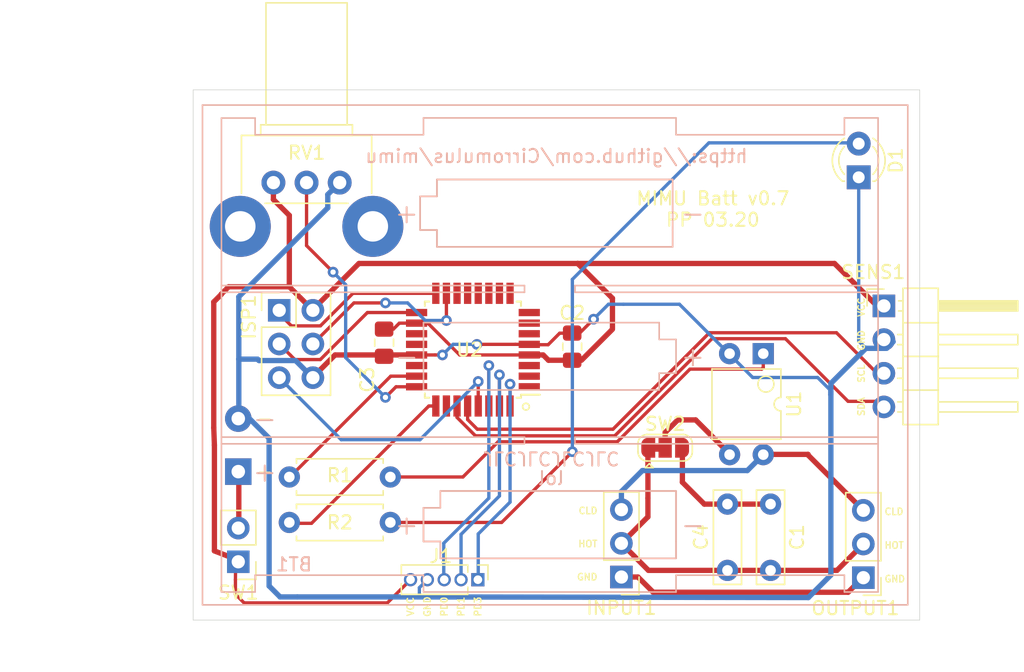
<source format=kicad_pcb>
(kicad_pcb (version 20171130) (host pcbnew "(5.1.5)-3")

  (general
    (thickness 1.6)
    (drawings 36)
    (tracks 209)
    (zones 0)
    (modules 18)
    (nets 40)
  )

  (page A4)
  (layers
    (0 F.Cu signal)
    (31 B.Cu signal)
    (32 B.Adhes user)
    (33 F.Adhes user)
    (34 B.Paste user)
    (35 F.Paste user)
    (36 B.SilkS user)
    (37 F.SilkS user)
    (38 B.Mask user)
    (39 F.Mask user)
    (40 Dwgs.User user)
    (41 Cmts.User user)
    (42 Eco1.User user)
    (43 Eco2.User user)
    (44 Edge.Cuts user)
    (45 Margin user)
    (46 B.CrtYd user)
    (47 F.CrtYd user)
    (48 B.Fab user)
    (49 F.Fab user)
  )

  (setup
    (last_trace_width 0.25)
    (user_trace_width 0.4)
    (trace_clearance 0.2)
    (zone_clearance 0.508)
    (zone_45_only no)
    (trace_min 0.2)
    (via_size 0.8)
    (via_drill 0.4)
    (via_min_size 0.4)
    (via_min_drill 0.3)
    (uvia_size 0.3)
    (uvia_drill 0.1)
    (uvias_allowed no)
    (uvia_min_size 0.2)
    (uvia_min_drill 0.1)
    (edge_width 0.05)
    (segment_width 0.2)
    (pcb_text_width 0.3)
    (pcb_text_size 1.5 1.5)
    (mod_edge_width 0.12)
    (mod_text_size 1 1)
    (mod_text_width 0.15)
    (pad_size 1.524 1.524)
    (pad_drill 0.762)
    (pad_to_mask_clearance 0.051)
    (solder_mask_min_width 0.25)
    (aux_axis_origin 0 0)
    (visible_elements 7FFFFFFF)
    (pcbplotparams
      (layerselection 0x010fc_ffffffff)
      (usegerberextensions false)
      (usegerberattributes false)
      (usegerberadvancedattributes false)
      (creategerberjobfile false)
      (excludeedgelayer true)
      (linewidth 0.100000)
      (plotframeref false)
      (viasonmask false)
      (mode 1)
      (useauxorigin false)
      (hpglpennumber 1)
      (hpglpenspeed 20)
      (hpglpendiameter 15.000000)
      (psnegative false)
      (psa4output false)
      (plotreference true)
      (plotvalue true)
      (plotinvisibletext false)
      (padsonsilk false)
      (subtractmaskfromsilk false)
      (outputformat 1)
      (mirror false)
      (drillshape 0)
      (scaleselection 1)
      (outputdirectory "gerber/mimu_batt"))
  )

  (net 0 "")
  (net 1 "Net-(BT1-Pad1)")
  (net 2 "Net-(C1-Pad2)")
  (net 3 "Net-(C1-Pad1)")
  (net 4 "Net-(INPUT1-Pad3)")
  (net 5 "Net-(INPUT1-Pad1)")
  (net 6 "Net-(D1-Pad2)")
  (net 7 "Net-(ISP1-Pad5)")
  (net 8 "Net-(ISP1-Pad4)")
  (net 9 "Net-(ISP1-Pad3)")
  (net 10 "Net-(ISP1-Pad1)")
  (net 11 GND)
  (net 12 +3V0)
  (net 13 MUTE)
  (net 14 LED)
  (net 15 POT)
  (net 16 "Net-(J1-Pad3)")
  (net 17 "Net-(J1-Pad2)")
  (net 18 "Net-(J1-Pad1)")
  (net 19 SCL)
  (net 20 SDA)
  (net 21 "Net-(SW2-Pad2)")
  (net 22 "Net-(R1-Pad2)")
  (net 23 "Net-(U2-Pad26)")
  (net 24 "Net-(U2-Pad22)")
  (net 25 "Net-(U2-Pad20)")
  (net 26 "Net-(U2-Pad19)")
  (net 27 "Net-(U2-Pad14)")
  (net 28 "Net-(U2-Pad13)")
  (net 29 "Net-(U2-Pad12)")
  (net 30 "Net-(U2-Pad11)")
  (net 31 "Net-(U2-Pad10)")
  (net 32 "Net-(U2-Pad9)")
  (net 33 "Net-(U2-Pad8)")
  (net 34 "Net-(U2-Pad7)")
  (net 35 "Net-(U2-Pad6)")
  (net 36 "Net-(U2-Pad3)")
  (net 37 "Net-(U2-Pad2)")
  (net 38 "Net-(U2-Pad1)")
  (net 39 VCC)

  (net_class Default "This is the default net class."
    (clearance 0.2)
    (trace_width 0.25)
    (via_dia 0.8)
    (via_drill 0.4)
    (uvia_dia 0.3)
    (uvia_drill 0.1)
    (add_net +3V0)
    (add_net GND)
    (add_net LED)
    (add_net MUTE)
    (add_net "Net-(BT1-Pad1)")
    (add_net "Net-(C1-Pad1)")
    (add_net "Net-(C1-Pad2)")
    (add_net "Net-(D1-Pad2)")
    (add_net "Net-(INPUT1-Pad1)")
    (add_net "Net-(INPUT1-Pad3)")
    (add_net "Net-(ISP1-Pad1)")
    (add_net "Net-(ISP1-Pad3)")
    (add_net "Net-(ISP1-Pad4)")
    (add_net "Net-(ISP1-Pad5)")
    (add_net "Net-(J1-Pad1)")
    (add_net "Net-(J1-Pad2)")
    (add_net "Net-(J1-Pad3)")
    (add_net "Net-(R1-Pad2)")
    (add_net "Net-(SW2-Pad2)")
    (add_net "Net-(U2-Pad1)")
    (add_net "Net-(U2-Pad10)")
    (add_net "Net-(U2-Pad11)")
    (add_net "Net-(U2-Pad12)")
    (add_net "Net-(U2-Pad13)")
    (add_net "Net-(U2-Pad14)")
    (add_net "Net-(U2-Pad19)")
    (add_net "Net-(U2-Pad2)")
    (add_net "Net-(U2-Pad20)")
    (add_net "Net-(U2-Pad22)")
    (add_net "Net-(U2-Pad26)")
    (add_net "Net-(U2-Pad3)")
    (add_net "Net-(U2-Pad6)")
    (add_net "Net-(U2-Pad7)")
    (add_net "Net-(U2-Pad8)")
    (add_net "Net-(U2-Pad9)")
    (add_net POT)
    (add_net SCL)
    (add_net SDA)
    (add_net VCC)
  )

  (module Pin_Headers:Pin_Header_Straight_1x02_Pitch2.54mm (layer F.Cu) (tedit 59650532) (tstamp 5E7DE8AD)
    (at 167.6 122.6 180)
    (descr "Through hole straight pin header, 1x02, 2.54mm pitch, single row")
    (tags "Through hole pin header THT 1x02 2.54mm single row")
    (path /5E4634A0)
    (fp_text reference SW1 (at 0 -2.33) (layer F.SilkS)
      (effects (font (size 1 1) (thickness 0.15)))
    )
    (fp_text value ONOFF (at 0 4.87) (layer F.Fab)
      (effects (font (size 1 1) (thickness 0.15)))
    )
    (fp_line (start -0.635 -1.27) (end 1.27 -1.27) (layer F.Fab) (width 0.1))
    (fp_line (start 1.27 -1.27) (end 1.27 3.81) (layer F.Fab) (width 0.1))
    (fp_line (start 1.27 3.81) (end -1.27 3.81) (layer F.Fab) (width 0.1))
    (fp_line (start -1.27 3.81) (end -1.27 -0.635) (layer F.Fab) (width 0.1))
    (fp_line (start -1.27 -0.635) (end -0.635 -1.27) (layer F.Fab) (width 0.1))
    (fp_line (start -1.33 3.87) (end 1.33 3.87) (layer F.SilkS) (width 0.12))
    (fp_line (start -1.33 1.27) (end -1.33 3.87) (layer F.SilkS) (width 0.12))
    (fp_line (start 1.33 1.27) (end 1.33 3.87) (layer F.SilkS) (width 0.12))
    (fp_line (start -1.33 1.27) (end 1.33 1.27) (layer F.SilkS) (width 0.12))
    (fp_line (start -1.33 0) (end -1.33 -1.33) (layer F.SilkS) (width 0.12))
    (fp_line (start -1.33 -1.33) (end 0 -1.33) (layer F.SilkS) (width 0.12))
    (fp_line (start -1.8 -1.8) (end -1.8 4.35) (layer F.CrtYd) (width 0.05))
    (fp_line (start -1.8 4.35) (end 1.8 4.35) (layer F.CrtYd) (width 0.05))
    (fp_line (start 1.8 4.35) (end 1.8 -1.8) (layer F.CrtYd) (width 0.05))
    (fp_line (start 1.8 -1.8) (end -1.8 -1.8) (layer F.CrtYd) (width 0.05))
    (fp_text user %R (at 0 1.27 90) (layer F.Fab)
      (effects (font (size 1 1) (thickness 0.15)))
    )
    (pad 1 thru_hole rect (at 0 0 180) (size 1.7 1.7) (drill 1) (layers *.Cu *.Mask)
      (net 39 VCC))
    (pad 2 thru_hole oval (at 0 2.54 180) (size 1.7 1.7) (drill 1) (layers *.Cu *.Mask)
      (net 1 "Net-(BT1-Pad1)"))
    (model ${KISYS3DMOD}/Pin_Headers.3dshapes/Pin_Header_Straight_1x02_Pitch2.54mm.wrl
      (at (xyz 0 0 0))
      (scale (xyz 1 1 1))
      (rotate (xyz 0 0 0))
    )
  )

  (module custom:BatteryHolder_Generic_3xAAA (layer B.Cu) (tedit 5E7DCAF0) (tstamp 5E7DE8AA)
    (at 167.6 119.8)
    (descr "3xAAA cell battery holder, Keystone P/N 2479, http://www.keyelco.com/product-pdf.cfm?p=1041")
    (tags "AAA battery cell holder")
    (path /5E2BAE3F)
    (fp_text reference BT1 (at 4.2 3 -180) (layer B.SilkS)
      (effects (font (size 1 1) (thickness 0.15)) (justify mirror))
    )
    (fp_text value 4.5V (at 25.4 -8.89) (layer B.Fab)
      (effects (font (size 1 1) (thickness 0.15)) (justify mirror))
    )
    (fp_text user + (at 2 -4) (layer B.SilkS)
      (effects (font (size 1.5 1.5) (thickness 0.15)) (justify mirror))
    )
    (fp_text user - (at 2 -8) (layer B.SilkS)
      (effects (font (size 1.5 1.5) (thickness 0.15)) (justify mirror))
    )
    (fp_text user - (at 34.29 0) (layer B.SilkS)
      (effects (font (size 1.5 1.5) (thickness 0.15)) (justify mirror))
    )
    (fp_text user - (at 34.29 -23.495) (layer B.SilkS)
      (effects (font (size 1.5 1.5) (thickness 0.15)) (justify mirror))
    )
    (fp_text user - (at 12.7 -12.7) (layer B.SilkS)
      (effects (font (size 1.5 1.5) (thickness 0.15)) (justify mirror))
    )
    (fp_text user + (at 12.7 -23.495) (layer B.SilkS)
      (effects (font (size 1.5 1.5) (thickness 0.15)) (justify mirror))
    )
    (fp_text user + (at 34.29 -12.7) (layer B.SilkS)
      (effects (font (size 1.5 1.5) (thickness 0.15)) (justify mirror))
    )
    (fp_line (start -2.6 5.95) (end 50.4 5.95) (layer B.Fab) (width 0.1))
    (fp_line (start -2.6 -6.35) (end -2.6 5.95) (layer B.Fab) (width 0.1))
    (fp_line (start -2.6 -31.55) (end 50.4 -31.55) (layer B.Fab) (width 0.1))
    (fp_line (start 50.4 -18.65) (end 50.4 5.95) (layer B.Fab) (width 0.1))
    (fp_line (start -2.6 -18.65) (end -2.6 -6.35) (layer B.Fab) (width 0.1))
    (fp_line (start 45.72 -30.68) (end 45.72 -29.41) (layer B.SilkS) (width 0.12))
    (fp_line (start 48.26 -30.68) (end 45.72 -30.68) (layer B.SilkS) (width 0.12))
    (fp_line (start 48.26 5.08) (end 48.26 -17.78) (layer B.SilkS) (width 0.12))
    (fp_line (start 45.72 5.08) (end 45.72 3.81) (layer B.SilkS) (width 0.12))
    (fp_line (start 48.26 5.08) (end 45.72 5.08) (layer B.SilkS) (width 0.12))
    (fp_line (start 1.27 -29.41) (end 13.97 -29.41) (layer B.SilkS) (width 0.12))
    (fp_line (start 1.27 -30.6705) (end 1.27 -29.41) (layer B.SilkS) (width 0.12))
    (fp_line (start -1.27 -30.6705) (end 1.27 -30.6705) (layer B.SilkS) (width 0.12))
    (fp_line (start -1.27 5.08) (end -1.27 -17.78) (layer B.SilkS) (width 0.12))
    (fp_line (start 1.27 5.08) (end -1.27 5.08) (layer B.SilkS) (width 0.12))
    (fp_line (start 1.27 3.81) (end 1.27 5.08) (layer B.SilkS) (width 0.12))
    (fp_line (start 1.27 3.81) (end 13.97 3.81) (layer B.SilkS) (width 0.12))
    (fp_line (start 45.72 -29.41) (end 33.02 -29.41) (layer B.SilkS) (width 0.12))
    (fp_line (start 13.97 5.08) (end 13.97 3.81) (layer B.SilkS) (width 0.12))
    (fp_line (start 33.02 5.08) (end 13.97 5.08) (layer B.SilkS) (width 0.12))
    (fp_line (start 33.02 3.81) (end 33.02 5.08) (layer B.SilkS) (width 0.12))
    (fp_line (start 45.72 3.81) (end 33.02 3.81) (layer B.SilkS) (width 0.12))
    (fp_line (start 33.02 -30.68) (end 33.02 -29.41) (layer B.SilkS) (width 0.12))
    (fp_line (start 13.97 -30.68) (end 33.02 -30.68) (layer B.SilkS) (width 0.12))
    (fp_line (start 13.97 -29.41) (end 13.97 -30.68) (layer B.SilkS) (width 0.12))
    (fp_line (start 25.4 -6.604) (end 48.26 -6.604) (layer B.SilkS) (width 0.12))
    (fp_line (start 25.4 -6.096) (end 25.4 -6.604) (layer B.SilkS) (width 0.12))
    (fp_line (start 48.26 -6.096) (end 25.4 -6.096) (layer B.SilkS) (width 0.12))
    (fp_line (start 21.59 -6.604) (end -1.27 -6.604) (layer B.SilkS) (width 0.12))
    (fp_line (start 21.59 -6.096) (end 21.59 -6.604) (layer B.SilkS) (width 0.12))
    (fp_line (start -1.27 -6.096) (end 21.59 -6.096) (layer B.SilkS) (width 0.12))
    (fp_line (start 33.02 2.54) (end 33.02 1.27) (layer B.SilkS) (width 0.12))
    (fp_line (start 15.24 2.54) (end 33.02 2.54) (layer B.SilkS) (width 0.12))
    (fp_line (start 15.24 1.27) (end 15.24 2.54) (layer B.SilkS) (width 0.12))
    (fp_line (start 13.97 1.27) (end 15.24 1.27) (layer B.SilkS) (width 0.12))
    (fp_line (start 13.97 -1.27) (end 13.97 1.27) (layer B.SilkS) (width 0.12))
    (fp_line (start 15.24 -1.27) (end 13.97 -1.27) (layer B.SilkS) (width 0.12))
    (fp_line (start 15.24 -2.54) (end 15.24 -1.27) (layer B.SilkS) (width 0.12))
    (fp_line (start 33.02 -2.54) (end 15.24 -2.54) (layer B.SilkS) (width 0.12))
    (fp_line (start 33.02 1.27) (end 33.02 -2.54) (layer B.SilkS) (width 0.12))
    (fp_line (start 31.75 -15.24) (end 13.97 -15.24) (layer B.SilkS) (width 0.12))
    (fp_line (start 31.75 -13.97) (end 31.75 -15.24) (layer B.SilkS) (width 0.12))
    (fp_line (start 33.02 -13.97) (end 31.75 -13.97) (layer B.SilkS) (width 0.12))
    (fp_line (start 33.02 -11.43) (end 33.02 -13.97) (layer B.SilkS) (width 0.12))
    (fp_line (start 31.75 -11.43) (end 33.02 -11.43) (layer B.SilkS) (width 0.12))
    (fp_line (start 31.75 -10.16) (end 31.75 -11.43) (layer B.SilkS) (width 0.12))
    (fp_line (start 13.97 -10.16) (end 31.75 -10.16) (layer B.SilkS) (width 0.12))
    (fp_line (start 13.97 -15.24) (end 13.97 -10.16) (layer B.SilkS) (width 0.12))
    (fp_line (start 50.4 -18.65) (end 50.4 -31.55) (layer B.Fab) (width 0.1))
    (fp_line (start -2.6 -18.65) (end -2.6 -31.55) (layer B.Fab) (width 0.1))
    (fp_line (start 48.26 -17.78) (end 48.26 -30.68) (layer B.SilkS) (width 0.12))
    (fp_line (start -1.27 -17.78) (end -1.27 -30.6705) (layer B.SilkS) (width 0.12))
    (fp_line (start 33.02 1.27) (end 33.02 -2.54) (layer B.SilkS) (width 0.12))
    (fp_line (start 33.02 -2.54) (end 15.24 -2.54) (layer B.SilkS) (width 0.12))
    (fp_line (start 15.24 -2.54) (end 15.24 -1.27) (layer B.SilkS) (width 0.12))
    (fp_line (start 15.24 -1.27) (end 13.97 -1.27) (layer B.SilkS) (width 0.12))
    (fp_line (start 13.97 -1.27) (end 13.97 1.27) (layer B.SilkS) (width 0.12))
    (fp_line (start 13.97 1.27) (end 15.24 1.27) (layer B.SilkS) (width 0.12))
    (fp_line (start 15.24 1.27) (end 15.24 2.54) (layer B.SilkS) (width 0.12))
    (fp_line (start 15.24 2.54) (end 33.02 2.54) (layer B.SilkS) (width 0.12))
    (fp_line (start 33.02 2.54) (end 33.02 1.27) (layer B.SilkS) (width 0.12))
    (fp_line (start 32.766 -20.955) (end 32.766 -22.225) (layer B.SilkS) (width 0.12))
    (fp_line (start 14.986 -20.955) (end 32.766 -20.955) (layer B.SilkS) (width 0.12))
    (fp_line (start 14.986 -22.225) (end 14.986 -20.955) (layer B.SilkS) (width 0.12))
    (fp_line (start 13.716 -22.225) (end 14.986 -22.225) (layer B.SilkS) (width 0.12))
    (fp_line (start 13.716 -24.765) (end 13.716 -22.225) (layer B.SilkS) (width 0.12))
    (fp_line (start 14.986 -24.765) (end 13.716 -24.765) (layer B.SilkS) (width 0.12))
    (fp_line (start 14.986 -26.035) (end 14.986 -24.765) (layer B.SilkS) (width 0.12))
    (fp_line (start 32.766 -26.035) (end 14.986 -26.035) (layer B.SilkS) (width 0.12))
    (fp_line (start 32.766 -22.225) (end 32.766 -26.035) (layer B.SilkS) (width 0.12))
    (fp_line (start 32.766 -22.225) (end 32.766 -26.035) (layer B.SilkS) (width 0.12))
    (fp_line (start 32.766 -26.035) (end 14.986 -26.035) (layer B.SilkS) (width 0.12))
    (fp_line (start 14.986 -26.035) (end 14.986 -24.765) (layer B.SilkS) (width 0.12))
    (fp_line (start 14.986 -24.765) (end 13.716 -24.765) (layer B.SilkS) (width 0.12))
    (fp_line (start 13.716 -24.765) (end 13.716 -22.225) (layer B.SilkS) (width 0.12))
    (fp_line (start 13.716 -22.225) (end 14.986 -22.225) (layer B.SilkS) (width 0.12))
    (fp_line (start 14.986 -22.225) (end 14.986 -20.955) (layer B.SilkS) (width 0.12))
    (fp_line (start 14.986 -20.955) (end 32.766 -20.955) (layer B.SilkS) (width 0.12))
    (fp_line (start 32.766 -20.955) (end 32.766 -22.225) (layer B.SilkS) (width 0.12))
    (fp_line (start -1.27 -17.526) (end 21.59 -17.526) (layer B.SilkS) (width 0.12))
    (fp_line (start 21.59 -17.526) (end 21.59 -18.034) (layer B.SilkS) (width 0.12))
    (fp_line (start 21.59 -18.034) (end -1.27 -18.034) (layer B.SilkS) (width 0.12))
    (fp_line (start 48.26 -17.526) (end 25.4 -17.526) (layer B.SilkS) (width 0.12))
    (fp_line (start 25.4 -17.526) (end 25.4 -18.034) (layer B.SilkS) (width 0.12))
    (fp_line (start 25.4 -18.034) (end 48.26 -18.034) (layer B.SilkS) (width 0.12))
    (fp_line (start 50.9 6.45) (end 50.9 -32.05) (layer B.CrtYd) (width 0.05))
    (fp_line (start 50.9 -32.05) (end -3.1 -32.05) (layer B.CrtYd) (width 0.05))
    (fp_line (start -3.1 -32.05) (end -3.1 6.45) (layer B.CrtYd) (width 0.05))
    (fp_line (start -3.1 6.45) (end 50.9 6.45) (layer B.CrtYd) (width 0.05))
    (fp_line (start 50.5 6.05) (end -2.7 6.05) (layer B.SilkS) (width 0.12))
    (fp_line (start -2.7 6.05) (end -2.7 -31.65) (layer B.SilkS) (width 0.12))
    (fp_line (start -2.7 -31.65) (end 50.5 -31.65) (layer B.SilkS) (width 0.12))
    (fp_line (start 50.5 -31.65) (end 50.5 6.05) (layer B.SilkS) (width 0.12))
    (fp_text user %R (at 0 0) (layer B.Fab)
      (effects (font (size 1 1) (thickness 0.15)) (justify mirror))
    )
    (fp_text user + (at 12.7 0) (layer B.SilkS)
      (effects (font (size 1.5 1.5) (thickness 0.15)) (justify mirror))
    )
    (pad "" np_thru_hole circle (at 23.7236 0) (size 3.5 3.5) (drill 3.5) (layers *.Cu *.Mask))
    (pad "" np_thru_hole circle (at 23.7236 -23.495) (size 3.5 3.5) (drill 3.5) (layers *.Cu *.Mask))
    (pad 2 thru_hole circle (at 0 -8) (size 2 2) (drill 1.02) (layers *.Cu *.Mask)
      (net 11 GND))
    (pad 1 thru_hole rect (at 0 -4) (size 2 2) (drill 1.02) (layers *.Cu *.Mask)
      (net 1 "Net-(BT1-Pad1)"))
    (model ${KISYS3DMOD}/Battery.3dshapes/BatteryHolder_Keystone_2479_3xAAA.wrl
      (at (xyz 0 0 0))
      (scale (xyz 1 1 1))
      (rotate (xyz 0 0 0))
    )
  )

  (module Potentiometers:Potentiometer_Bourns_PTV09A-2_Vertical (layer F.Cu) (tedit 58826B08) (tstamp 5E6816B6)
    (at 175.25 94 90)
    (descr "Potentiometer, vertically mounted, Omeg PC16PU, Omeg PC16PU, Omeg PC16PU, Vishay/Spectrol 248GJ/249GJ Single, Vishay/Spectrol 248GJ/249GJ Single, Vishay/Spectrol 248GJ/249GJ Single, Vishay/Spectrol 248GH/249GH Single, Vishay/Spectrol 148/149 Single, Vishay/Spectrol 148/149 Single, Vishay/Spectrol 148/149 Single, Vishay/Spectrol 148A/149A Single with mounting plates, Vishay/Spectrol 148/149 Double, Vishay/Spectrol 148A/149A Double with mounting plates, Piher PC-16 Single, Piher PC-16 Single, Piher PC-16 Single, Piher PC-16SV Single, Piher PC-16 Double, Piher PC-16 Triple, Piher T16H Single, Piher T16L Single, Piher T16H Double, Alps RK163 Single, Alps RK163 Double, Alps RK097 Single, Alps RK097 Double, Bourns PTV09A-2 Single with mounting sleve Single, http://www.bourns.com/docs/Product-Datasheets/ptv09.pdf")
    (tags "Potentiometer vertical  Omeg PC16PU  Omeg PC16PU  Omeg PC16PU  Vishay/Spectrol 248GJ/249GJ Single  Vishay/Spectrol 248GJ/249GJ Single  Vishay/Spectrol 248GJ/249GJ Single  Vishay/Spectrol 248GH/249GH Single  Vishay/Spectrol 148/149 Single  Vishay/Spectrol 148/149 Single  Vishay/Spectrol 148/149 Single  Vishay/Spectrol 148A/149A Single with mounting plates  Vishay/Spectrol 148/149 Double  Vishay/Spectrol 148A/149A Double with mounting plates  Piher PC-16 Single  Piher PC-16 Single  Piher PC-16 Single  Piher PC-16SV Single  Piher PC-16 Double  Piher PC-16 Triple  Piher T16H Single  Piher T16L Single  Piher T16H Double  Alps RK163 Single  Alps RK163 Double  Alps RK097 Single  Alps RK097 Double  Bourns PTV09A-2 Single with mounting sleve Single")
    (path /5E2BA12E)
    (fp_text reference RV1 (at 2.25 -2.5 180) (layer F.SilkS)
      (effects (font (size 1 1) (thickness 0.15)))
    )
    (fp_text value 1K_POT (at 0 6.05 90) (layer F.Fab)
      (effects (font (size 1 1) (thickness 0.15)))
    )
    (fp_line (start -1.5 -7.35) (end -1.5 2.35) (layer F.Fab) (width 0.1))
    (fp_line (start -1.5 2.35) (end 3.5 2.35) (layer F.Fab) (width 0.1))
    (fp_line (start 3.5 2.35) (end 3.5 -7.35) (layer F.Fab) (width 0.1))
    (fp_line (start 3.5 -7.35) (end -1.5 -7.35) (layer F.Fab) (width 0.1))
    (fp_line (start 3.5 -5.9) (end 3.5 0.9) (layer F.Fab) (width 0.1))
    (fp_line (start 3.5 0.9) (end 4.3 0.9) (layer F.Fab) (width 0.1))
    (fp_line (start 4.3 0.9) (end 4.3 -5.9) (layer F.Fab) (width 0.1))
    (fp_line (start 4.3 -5.9) (end 3.5 -5.9) (layer F.Fab) (width 0.1))
    (fp_line (start 4.3 -5.5) (end 4.3 0.5) (layer F.Fab) (width 0.1))
    (fp_line (start 4.3 0.5) (end 13.5 0.5) (layer F.Fab) (width 0.1))
    (fp_line (start 13.5 0.5) (end 13.5 -5.5) (layer F.Fab) (width 0.1))
    (fp_line (start 13.5 -5.5) (end 4.3 -5.5) (layer F.Fab) (width 0.1))
    (fp_line (start -0.805 -7.41) (end 3.56 -7.41) (layer F.SilkS) (width 0.12))
    (fp_line (start -0.805 2.41) (end 3.56 2.41) (layer F.SilkS) (width 0.12))
    (fp_line (start -1.56 -5.625) (end -1.56 0.625) (layer F.SilkS) (width 0.12))
    (fp_line (start 3.56 -7.41) (end 3.56 2.41) (layer F.SilkS) (width 0.12))
    (fp_line (start 3.56 -5.96) (end 4.36 -5.96) (layer F.SilkS) (width 0.12))
    (fp_line (start 3.56 0.96) (end 4.36 0.96) (layer F.SilkS) (width 0.12))
    (fp_line (start 3.56 -5.96) (end 3.56 0.96) (layer F.SilkS) (width 0.12))
    (fp_line (start 4.36 -5.96) (end 4.36 0.96) (layer F.SilkS) (width 0.12))
    (fp_line (start 4.36 -5.56) (end 13.56 -5.56) (layer F.SilkS) (width 0.12))
    (fp_line (start 4.36 0.56) (end 13.56 0.56) (layer F.SilkS) (width 0.12))
    (fp_line (start 4.36 -5.56) (end 4.36 0.56) (layer F.SilkS) (width 0.12))
    (fp_line (start 13.56 -5.56) (end 13.56 0.56) (layer F.SilkS) (width 0.12))
    (fp_line (start -5.85 -10.05) (end -5.85 5.1) (layer F.CrtYd) (width 0.05))
    (fp_line (start -5.85 5.1) (end 13.75 5.1) (layer F.CrtYd) (width 0.05))
    (fp_line (start 13.75 5.1) (end 13.75 -10.05) (layer F.CrtYd) (width 0.05))
    (fp_line (start 13.75 -10.05) (end -5.85 -10.05) (layer F.CrtYd) (width 0.05))
    (pad 3 thru_hole circle (at 0 -5 90) (size 1.8 1.8) (drill 1) (layers *.Cu *.Mask)
      (net 12 +3V0))
    (pad 2 thru_hole circle (at 0 -2.5 90) (size 1.8 1.8) (drill 1) (layers *.Cu *.Mask)
      (net 15 POT))
    (pad 1 thru_hole circle (at 0 0 90) (size 1.8 1.8) (drill 1) (layers *.Cu *.Mask)
      (net 11 GND))
    (pad 0 thru_hole circle (at -3.3 -7.5 90) (size 4.6 4.6) (drill 2.3) (layers *.Cu *.Mask))
    (pad 0 thru_hole circle (at -3.3 2.5 90) (size 4.6 4.6) (drill 2.3) (layers *.Cu *.Mask))
    (model Potentiometers.3dshapes/Potentiometer_Bourns_PTV09A-2_Vertical.wrl
      (at (xyz 0 0 0))
      (scale (xyz 0.393701 0.393701 0.393701))
      (rotate (xyz 0 0 0))
    )
  )

  (module Capacitors_THT:C_Rect_L7.0mm_W2.0mm_P5.00mm (layer F.Cu) (tedit 597BC7C2) (tstamp 5E67EC5A)
    (at 207.75 123.25 90)
    (descr "C, Rect series, Radial, pin pitch=5.00mm, , length*width=7*2mm^2, Capacitor")
    (tags "C Rect series Radial pin pitch 5.00mm  length 7mm width 2mm Capacitor")
    (path /5E688126)
    (fp_text reference C1 (at 2.5 2 90) (layer F.SilkS)
      (effects (font (size 1 1) (thickness 0.15)))
    )
    (fp_text value 1uF (at 0.25 2 90) (layer F.Fab)
      (effects (font (size 1 1) (thickness 0.15)))
    )
    (fp_line (start -1 -1) (end -1 1) (layer F.Fab) (width 0.1))
    (fp_line (start -1 1) (end 6 1) (layer F.Fab) (width 0.1))
    (fp_line (start 6 1) (end 6 -1) (layer F.Fab) (width 0.1))
    (fp_line (start 6 -1) (end -1 -1) (layer F.Fab) (width 0.1))
    (fp_line (start -1.06 -1.06) (end 6.06 -1.06) (layer F.SilkS) (width 0.12))
    (fp_line (start -1.06 1.06) (end 6.06 1.06) (layer F.SilkS) (width 0.12))
    (fp_line (start -1.06 -1.06) (end -1.06 1.06) (layer F.SilkS) (width 0.12))
    (fp_line (start 6.06 -1.06) (end 6.06 1.06) (layer F.SilkS) (width 0.12))
    (fp_line (start -1.35 -1.35) (end -1.35 1.35) (layer F.CrtYd) (width 0.05))
    (fp_line (start -1.35 1.35) (end 6.35 1.35) (layer F.CrtYd) (width 0.05))
    (fp_line (start 6.35 1.35) (end 6.35 -1.35) (layer F.CrtYd) (width 0.05))
    (fp_line (start 6.35 -1.35) (end -1.35 -1.35) (layer F.CrtYd) (width 0.05))
    (fp_text user %R (at 2.5 0 90) (layer F.Fab)
      (effects (font (size 1 1) (thickness 0.15)))
    )
    (pad 1 thru_hole circle (at 0 0 90) (size 1.6 1.6) (drill 0.8) (layers *.Cu *.Mask)
      (net 3 "Net-(C1-Pad1)"))
    (pad 2 thru_hole circle (at 5 0 90) (size 1.6 1.6) (drill 0.8) (layers *.Cu *.Mask)
      (net 2 "Net-(C1-Pad2)"))
    (model ${KISYS3DMOD}/Capacitor_THT.3dshapes/C_Rect_L7.0mm_W2.0mm_P5.00mm.wrl
      (at (xyz 0 0 0))
      (scale (xyz 1 1 0.5))
      (rotate (xyz 0 0 0))
    )
  )

  (module Capacitors_THT:C_Rect_L7.0mm_W2.0mm_P5.00mm (layer F.Cu) (tedit 597BC7C2) (tstamp 5E67E265)
    (at 204.5 123.25 90)
    (descr "C, Rect series, Radial, pin pitch=5.00mm, , length*width=7*2mm^2, Capacitor")
    (tags "C Rect series Radial pin pitch 5.00mm  length 7mm width 2mm Capacitor")
    (path /5E4B8635)
    (fp_text reference C4 (at 2.5 -2 90) (layer F.SilkS)
      (effects (font (size 1 1) (thickness 0.15)))
    )
    (fp_text value 1uF (at 0.25 -2.25 90) (layer F.Fab)
      (effects (font (size 1 1) (thickness 0.15)))
    )
    (fp_line (start -1 -1) (end -1 1) (layer F.Fab) (width 0.1))
    (fp_line (start -1 1) (end 6 1) (layer F.Fab) (width 0.1))
    (fp_line (start 6 1) (end 6 -1) (layer F.Fab) (width 0.1))
    (fp_line (start 6 -1) (end -1 -1) (layer F.Fab) (width 0.1))
    (fp_line (start -1.06 -1.06) (end 6.06 -1.06) (layer F.SilkS) (width 0.12))
    (fp_line (start -1.06 1.06) (end 6.06 1.06) (layer F.SilkS) (width 0.12))
    (fp_line (start -1.06 -1.06) (end -1.06 1.06) (layer F.SilkS) (width 0.12))
    (fp_line (start 6.06 -1.06) (end 6.06 1.06) (layer F.SilkS) (width 0.12))
    (fp_line (start -1.35 -1.35) (end -1.35 1.35) (layer F.CrtYd) (width 0.05))
    (fp_line (start -1.35 1.35) (end 6.35 1.35) (layer F.CrtYd) (width 0.05))
    (fp_line (start 6.35 1.35) (end 6.35 -1.35) (layer F.CrtYd) (width 0.05))
    (fp_line (start 6.35 -1.35) (end -1.35 -1.35) (layer F.CrtYd) (width 0.05))
    (fp_text user %R (at 2.5 0 90) (layer F.Fab)
      (effects (font (size 1 1) (thickness 0.15)))
    )
    (pad 1 thru_hole circle (at 0 0 90) (size 1.6 1.6) (drill 0.8) (layers *.Cu *.Mask)
      (net 3 "Net-(C1-Pad1)"))
    (pad 2 thru_hole circle (at 5 0 90) (size 1.6 1.6) (drill 0.8) (layers *.Cu *.Mask)
      (net 2 "Net-(C1-Pad2)"))
    (model ${KISYS3DMOD}/Capacitor_THT.3dshapes/C_Rect_L7.0mm_W2.0mm_P5.00mm.wrl
      (at (xyz 0 0 0))
      (scale (xyz 1 1 0.5))
      (rotate (xyz 0 0 0))
    )
  )

  (module custom:DIP-4_bubble_W7.62mm (layer F.Cu) (tedit 5E66158A) (tstamp 5E42C9FC)
    (at 207.2 106.9 270)
    (descr "4-lead though-hole mounted DIP package, row spacing 7.62 mm (300 mils)")
    (tags "THT DIP DIL PDIP 2.54mm 7.62mm 300mil")
    (path /5E2A0546)
    (fp_text reference U1 (at 3.81 -2.33 90) (layer F.SilkS)
      (effects (font (size 1 1) (thickness 0.15)))
    )
    (fp_text value AQY211EH (at 3.81 4.87 90) (layer F.Fab)
      (effects (font (size 1 1) (thickness 0.15)))
    )
    (fp_circle (center 2.3 -0.2) (end 2.9 -0.2) (layer F.SilkS) (width 0.12))
    (fp_text user %R (at 3.81 1.27 90) (layer F.Fab)
      (effects (font (size 1 1) (thickness 0.15)))
    )
    (fp_line (start 8.7 -1.55) (end -1.1 -1.55) (layer F.CrtYd) (width 0.05))
    (fp_line (start 8.7 4.1) (end 8.7 -1.55) (layer F.CrtYd) (width 0.05))
    (fp_line (start -1.1 4.1) (end 8.7 4.1) (layer F.CrtYd) (width 0.05))
    (fp_line (start -1.1 -1.55) (end -1.1 4.1) (layer F.CrtYd) (width 0.05))
    (fp_line (start 6.46 -1.33) (end 4.32 -1.33) (layer F.SilkS) (width 0.12))
    (fp_line (start 6.46 3.87) (end 6.46 -1.33) (layer F.SilkS) (width 0.12))
    (fp_line (start 1.16 3.87) (end 6.46 3.87) (layer F.SilkS) (width 0.12))
    (fp_line (start 1.16 -1.33) (end 1.16 3.87) (layer F.SilkS) (width 0.12))
    (fp_line (start 3.3 -1.33) (end 1.16 -1.33) (layer F.SilkS) (width 0.12))
    (fp_line (start 0.635 -0.27) (end 1.635 -1.27) (layer F.Fab) (width 0.1))
    (fp_line (start 0.635 3.81) (end 0.635 -0.27) (layer F.Fab) (width 0.1))
    (fp_line (start 6.985 3.81) (end 0.635 3.81) (layer F.Fab) (width 0.1))
    (fp_line (start 6.985 -1.27) (end 6.985 3.81) (layer F.Fab) (width 0.1))
    (fp_line (start 1.635 -1.27) (end 6.985 -1.27) (layer F.Fab) (width 0.1))
    (fp_arc (start 3.81 -1.33) (end 3.3 -1.33) (angle -180) (layer F.SilkS) (width 0.12))
    (pad 4 thru_hole oval (at 7.62 0 270) (size 1.6 1.6) (drill 0.8) (layers *.Cu *.Mask)
      (net 4 "Net-(INPUT1-Pad3)"))
    (pad 2 thru_hole oval (at 0 2.54 270) (size 1.6 1.6) (drill 0.8) (layers *.Cu *.Mask)
      (net 11 GND))
    (pad 3 thru_hole oval (at 7.62 2.54 270) (size 1.6 1.6) (drill 0.8) (layers *.Cu *.Mask)
      (net 21 "Net-(SW2-Pad2)"))
    (pad 1 thru_hole rect (at 0 0 270) (size 1.6 1.6) (drill 0.8) (layers *.Cu *.Mask)
      (net 22 "Net-(R1-Pad2)"))
    (model ${KISYS3DMOD}/Package_DIP.3dshapes/DIP-4_W7.62mm.wrl
      (at (xyz 0 0 0))
      (scale (xyz 1 1 1))
      (rotate (xyz 0 0 0))
    )
  )

  (module Connector_PinHeader_2.54mm:PinHeader_1x04_P2.54mm_Horizontal (layer F.Cu) (tedit 59FED5CB) (tstamp 5E4BC764)
    (at 216.3 103.3)
    (descr "Through hole angled pin header, 1x04, 2.54mm pitch, 6mm pin length, single row")
    (tags "Through hole angled pin header THT 1x04 2.54mm single row")
    (path /5E2CBB84)
    (fp_text reference SENS1 (at -0.8 -2.55) (layer F.SilkS)
      (effects (font (size 1 1) (thickness 0.15)))
    )
    (fp_text value Sens (at 4.385 9.89) (layer F.Fab)
      (effects (font (size 1 1) (thickness 0.15)))
    )
    (fp_text user %R (at 2.77 3.81 90) (layer F.Fab)
      (effects (font (size 1 1) (thickness 0.15)))
    )
    (fp_line (start 10.55 -1.8) (end -1.8 -1.8) (layer F.CrtYd) (width 0.05))
    (fp_line (start 10.55 9.4) (end 10.55 -1.8) (layer F.CrtYd) (width 0.05))
    (fp_line (start -1.8 9.4) (end 10.55 9.4) (layer F.CrtYd) (width 0.05))
    (fp_line (start -1.8 -1.8) (end -1.8 9.4) (layer F.CrtYd) (width 0.05))
    (fp_line (start -1.27 -1.27) (end 0 -1.27) (layer F.SilkS) (width 0.12))
    (fp_line (start -1.27 0) (end -1.27 -1.27) (layer F.SilkS) (width 0.12))
    (fp_line (start 1.042929 8) (end 1.44 8) (layer F.SilkS) (width 0.12))
    (fp_line (start 1.042929 7.24) (end 1.44 7.24) (layer F.SilkS) (width 0.12))
    (fp_line (start 10.1 8) (end 4.1 8) (layer F.SilkS) (width 0.12))
    (fp_line (start 10.1 7.24) (end 10.1 8) (layer F.SilkS) (width 0.12))
    (fp_line (start 4.1 7.24) (end 10.1 7.24) (layer F.SilkS) (width 0.12))
    (fp_line (start 1.44 6.35) (end 4.1 6.35) (layer F.SilkS) (width 0.12))
    (fp_line (start 1.042929 5.46) (end 1.44 5.46) (layer F.SilkS) (width 0.12))
    (fp_line (start 1.042929 4.7) (end 1.44 4.7) (layer F.SilkS) (width 0.12))
    (fp_line (start 10.1 5.46) (end 4.1 5.46) (layer F.SilkS) (width 0.12))
    (fp_line (start 10.1 4.7) (end 10.1 5.46) (layer F.SilkS) (width 0.12))
    (fp_line (start 4.1 4.7) (end 10.1 4.7) (layer F.SilkS) (width 0.12))
    (fp_line (start 1.44 3.81) (end 4.1 3.81) (layer F.SilkS) (width 0.12))
    (fp_line (start 1.042929 2.92) (end 1.44 2.92) (layer F.SilkS) (width 0.12))
    (fp_line (start 1.042929 2.16) (end 1.44 2.16) (layer F.SilkS) (width 0.12))
    (fp_line (start 10.1 2.92) (end 4.1 2.92) (layer F.SilkS) (width 0.12))
    (fp_line (start 10.1 2.16) (end 10.1 2.92) (layer F.SilkS) (width 0.12))
    (fp_line (start 4.1 2.16) (end 10.1 2.16) (layer F.SilkS) (width 0.12))
    (fp_line (start 1.44 1.27) (end 4.1 1.27) (layer F.SilkS) (width 0.12))
    (fp_line (start 1.11 0.38) (end 1.44 0.38) (layer F.SilkS) (width 0.12))
    (fp_line (start 1.11 -0.38) (end 1.44 -0.38) (layer F.SilkS) (width 0.12))
    (fp_line (start 4.1 0.28) (end 10.1 0.28) (layer F.SilkS) (width 0.12))
    (fp_line (start 4.1 0.16) (end 10.1 0.16) (layer F.SilkS) (width 0.12))
    (fp_line (start 4.1 0.04) (end 10.1 0.04) (layer F.SilkS) (width 0.12))
    (fp_line (start 4.1 -0.08) (end 10.1 -0.08) (layer F.SilkS) (width 0.12))
    (fp_line (start 4.1 -0.2) (end 10.1 -0.2) (layer F.SilkS) (width 0.12))
    (fp_line (start 4.1 -0.32) (end 10.1 -0.32) (layer F.SilkS) (width 0.12))
    (fp_line (start 10.1 0.38) (end 4.1 0.38) (layer F.SilkS) (width 0.12))
    (fp_line (start 10.1 -0.38) (end 10.1 0.38) (layer F.SilkS) (width 0.12))
    (fp_line (start 4.1 -0.38) (end 10.1 -0.38) (layer F.SilkS) (width 0.12))
    (fp_line (start 4.1 -1.33) (end 1.44 -1.33) (layer F.SilkS) (width 0.12))
    (fp_line (start 4.1 8.95) (end 4.1 -1.33) (layer F.SilkS) (width 0.12))
    (fp_line (start 1.44 8.95) (end 4.1 8.95) (layer F.SilkS) (width 0.12))
    (fp_line (start 1.44 -1.33) (end 1.44 8.95) (layer F.SilkS) (width 0.12))
    (fp_line (start 4.04 7.94) (end 10.04 7.94) (layer F.Fab) (width 0.1))
    (fp_line (start 10.04 7.3) (end 10.04 7.94) (layer F.Fab) (width 0.1))
    (fp_line (start 4.04 7.3) (end 10.04 7.3) (layer F.Fab) (width 0.1))
    (fp_line (start -0.32 7.94) (end 1.5 7.94) (layer F.Fab) (width 0.1))
    (fp_line (start -0.32 7.3) (end -0.32 7.94) (layer F.Fab) (width 0.1))
    (fp_line (start -0.32 7.3) (end 1.5 7.3) (layer F.Fab) (width 0.1))
    (fp_line (start 4.04 5.4) (end 10.04 5.4) (layer F.Fab) (width 0.1))
    (fp_line (start 10.04 4.76) (end 10.04 5.4) (layer F.Fab) (width 0.1))
    (fp_line (start 4.04 4.76) (end 10.04 4.76) (layer F.Fab) (width 0.1))
    (fp_line (start -0.32 5.4) (end 1.5 5.4) (layer F.Fab) (width 0.1))
    (fp_line (start -0.32 4.76) (end -0.32 5.4) (layer F.Fab) (width 0.1))
    (fp_line (start -0.32 4.76) (end 1.5 4.76) (layer F.Fab) (width 0.1))
    (fp_line (start 4.04 2.86) (end 10.04 2.86) (layer F.Fab) (width 0.1))
    (fp_line (start 10.04 2.22) (end 10.04 2.86) (layer F.Fab) (width 0.1))
    (fp_line (start 4.04 2.22) (end 10.04 2.22) (layer F.Fab) (width 0.1))
    (fp_line (start -0.32 2.86) (end 1.5 2.86) (layer F.Fab) (width 0.1))
    (fp_line (start -0.32 2.22) (end -0.32 2.86) (layer F.Fab) (width 0.1))
    (fp_line (start -0.32 2.22) (end 1.5 2.22) (layer F.Fab) (width 0.1))
    (fp_line (start 4.04 0.32) (end 10.04 0.32) (layer F.Fab) (width 0.1))
    (fp_line (start 10.04 -0.32) (end 10.04 0.32) (layer F.Fab) (width 0.1))
    (fp_line (start 4.04 -0.32) (end 10.04 -0.32) (layer F.Fab) (width 0.1))
    (fp_line (start -0.32 0.32) (end 1.5 0.32) (layer F.Fab) (width 0.1))
    (fp_line (start -0.32 -0.32) (end -0.32 0.32) (layer F.Fab) (width 0.1))
    (fp_line (start -0.32 -0.32) (end 1.5 -0.32) (layer F.Fab) (width 0.1))
    (fp_line (start 1.5 -0.635) (end 2.135 -1.27) (layer F.Fab) (width 0.1))
    (fp_line (start 1.5 8.89) (end 1.5 -0.635) (layer F.Fab) (width 0.1))
    (fp_line (start 4.04 8.89) (end 1.5 8.89) (layer F.Fab) (width 0.1))
    (fp_line (start 4.04 -1.27) (end 4.04 8.89) (layer F.Fab) (width 0.1))
    (fp_line (start 2.135 -1.27) (end 4.04 -1.27) (layer F.Fab) (width 0.1))
    (pad 4 thru_hole oval (at 0 7.62) (size 1.7 1.7) (drill 1) (layers *.Cu *.Mask)
      (net 20 SDA))
    (pad 3 thru_hole oval (at 0 5.08) (size 1.7 1.7) (drill 1) (layers *.Cu *.Mask)
      (net 19 SCL))
    (pad 2 thru_hole oval (at 0 2.54) (size 1.7 1.7) (drill 1) (layers *.Cu *.Mask)
      (net 11 GND))
    (pad 1 thru_hole rect (at 0 0) (size 1.7 1.7) (drill 1) (layers *.Cu *.Mask)
      (net 12 +3V0))
    (model ${KISYS3DMOD}/Connector_PinHeader_2.54mm.3dshapes/PinHeader_1x04_P2.54mm_Horizontal.wrl
      (at (xyz 0 0 0))
      (scale (xyz 1 1 1))
      (rotate (xyz 0 0 0))
    )
  )

  (module Jumper:SolderJumper-3_P1.3mm_Bridged12_RoundedPad1.0x1.5mm (layer F.Cu) (tedit 5C745321) (tstamp 5E431C62)
    (at 199.8 114)
    (descr "SMD Solder 3-pad Jumper, 1x1.5mm rounded Pads, 0.3mm gap, pads 1-2 bridged with 1 copper strip")
    (tags "solder jumper open")
    (path /5E4AD00E)
    (attr virtual)
    (fp_text reference SW2 (at 0 -1.8) (layer F.SilkS)
      (effects (font (size 1 1) (thickness 0.15)))
    )
    (fp_text value SW_DPDT_x2 (at 0 1.9) (layer F.Fab)
      (effects (font (size 1 1) (thickness 0.15)))
    )
    (fp_poly (pts (xy -0.9 -0.3) (xy -0.4 -0.3) (xy -0.4 0.3) (xy -0.9 0.3)) (layer F.Cu) (width 0))
    (fp_arc (start -1.35 -0.3) (end -1.35 -1) (angle -90) (layer F.SilkS) (width 0.12))
    (fp_arc (start -1.35 0.3) (end -2.05 0.3) (angle -90) (layer F.SilkS) (width 0.12))
    (fp_arc (start 1.35 0.3) (end 1.35 1) (angle -90) (layer F.SilkS) (width 0.12))
    (fp_arc (start 1.35 -0.3) (end 2.05 -0.3) (angle -90) (layer F.SilkS) (width 0.12))
    (fp_line (start 2.3 1.25) (end -2.3 1.25) (layer F.CrtYd) (width 0.05))
    (fp_line (start 2.3 1.25) (end 2.3 -1.25) (layer F.CrtYd) (width 0.05))
    (fp_line (start -2.3 -1.25) (end -2.3 1.25) (layer F.CrtYd) (width 0.05))
    (fp_line (start -2.3 -1.25) (end 2.3 -1.25) (layer F.CrtYd) (width 0.05))
    (fp_line (start -1.4 -1) (end 1.4 -1) (layer F.SilkS) (width 0.12))
    (fp_line (start 2.05 -0.3) (end 2.05 0.3) (layer F.SilkS) (width 0.12))
    (fp_line (start 1.4 1) (end -1.4 1) (layer F.SilkS) (width 0.12))
    (fp_line (start -2.05 0.3) (end -2.05 -0.3) (layer F.SilkS) (width 0.12))
    (fp_line (start -1.2 1.2) (end -1.5 1.5) (layer F.SilkS) (width 0.12))
    (fp_line (start -1.5 1.5) (end -0.9 1.5) (layer F.SilkS) (width 0.12))
    (fp_line (start -1.2 1.2) (end -0.9 1.5) (layer F.SilkS) (width 0.12))
    (pad 1 smd custom (at -1.3 0) (size 1 0.5) (layers F.Cu F.Mask)
      (net 3 "Net-(C1-Pad1)") (zone_connect 2)
      (options (clearance outline) (anchor rect))
      (primitives
        (gr_circle (center 0 0.25) (end 0.5 0.25) (width 0))
        (gr_circle (center 0 -0.25) (end 0.5 -0.25) (width 0))
        (gr_poly (pts
           (xy 0.55 -0.75) (xy 0 -0.75) (xy 0 0.75) (xy 0.55 0.75)) (width 0))
      ))
    (pad 2 smd rect (at 0 0) (size 1 1.5) (layers F.Cu F.Mask)
      (net 21 "Net-(SW2-Pad2)"))
    (pad 3 smd custom (at 1.3 0) (size 1 0.5) (layers F.Cu F.Mask)
      (net 2 "Net-(C1-Pad2)") (zone_connect 2)
      (options (clearance outline) (anchor rect))
      (primitives
        (gr_circle (center 0 0.25) (end 0.5 0.25) (width 0))
        (gr_circle (center 0 -0.25) (end 0.5 -0.25) (width 0))
        (gr_poly (pts
           (xy -0.55 -0.75) (xy 0 -0.75) (xy 0 0.75) (xy -0.55 0.75)) (width 0))
      ))
  )

  (module Package_QFP:TQFP-32_7x7mm_P0.8mm (layer F.Cu) (tedit 5A02F146) (tstamp 5E3C6439)
    (at 185.3 106.6 180)
    (descr "32-Lead Plastic Thin Quad Flatpack (PT) - 7x7x1.0 mm Body, 2.00 mm [TQFP] (see Microchip Packaging Specification 00000049BS.pdf)")
    (tags "QFP 0.8")
    (path /5E29D77C)
    (attr smd)
    (fp_text reference U2 (at 0.254 0) (layer F.SilkS)
      (effects (font (size 1 1) (thickness 0.15)))
    )
    (fp_text value ATTINY88AU (at 0 6.05) (layer F.Fab)
      (effects (font (size 1 1) (thickness 0.15)))
    )
    (fp_line (start -3.625 -3.4) (end -5.05 -3.4) (layer F.SilkS) (width 0.15))
    (fp_line (start 3.625 -3.625) (end 3.3 -3.625) (layer F.SilkS) (width 0.15))
    (fp_line (start 3.625 3.625) (end 3.3 3.625) (layer F.SilkS) (width 0.15))
    (fp_line (start -3.625 3.625) (end -3.3 3.625) (layer F.SilkS) (width 0.15))
    (fp_line (start -3.625 -3.625) (end -3.3 -3.625) (layer F.SilkS) (width 0.15))
    (fp_line (start -3.625 3.625) (end -3.625 3.3) (layer F.SilkS) (width 0.15))
    (fp_line (start 3.625 3.625) (end 3.625 3.3) (layer F.SilkS) (width 0.15))
    (fp_line (start 3.625 -3.625) (end 3.625 -3.3) (layer F.SilkS) (width 0.15))
    (fp_line (start -3.625 -3.625) (end -3.625 -3.4) (layer F.SilkS) (width 0.15))
    (fp_line (start -5.3 5.3) (end 5.3 5.3) (layer F.CrtYd) (width 0.05))
    (fp_line (start -5.3 -5.3) (end 5.3 -5.3) (layer F.CrtYd) (width 0.05))
    (fp_line (start 5.3 -5.3) (end 5.3 5.3) (layer F.CrtYd) (width 0.05))
    (fp_line (start -5.3 -5.3) (end -5.3 5.3) (layer F.CrtYd) (width 0.05))
    (fp_line (start -3.5 -2.5) (end -2.5 -3.5) (layer F.Fab) (width 0.15))
    (fp_line (start -3.5 3.5) (end -3.5 -2.5) (layer F.Fab) (width 0.15))
    (fp_line (start 3.5 3.5) (end -3.5 3.5) (layer F.Fab) (width 0.15))
    (fp_line (start 3.5 -3.5) (end 3.5 3.5) (layer F.Fab) (width 0.15))
    (fp_line (start -2.5 -3.5) (end 3.5 -3.5) (layer F.Fab) (width 0.15))
    (fp_text user %R (at 0 0) (layer F.Fab)
      (effects (font (size 1 1) (thickness 0.15)))
    )
    (pad 32 smd rect (at -2.8 -4.25 270) (size 1.6 0.55) (layers F.Cu F.Paste F.Mask)
      (net 18 "Net-(J1-Pad1)"))
    (pad 31 smd rect (at -2 -4.25 270) (size 1.6 0.55) (layers F.Cu F.Paste F.Mask)
      (net 17 "Net-(J1-Pad2)"))
    (pad 30 smd rect (at -1.2 -4.25 270) (size 1.6 0.55) (layers F.Cu F.Paste F.Mask)
      (net 16 "Net-(J1-Pad3)"))
    (pad 29 smd rect (at -0.4 -4.25 270) (size 1.6 0.55) (layers F.Cu F.Paste F.Mask)
      (net 7 "Net-(ISP1-Pad5)"))
    (pad 28 smd rect (at 0.4 -4.25 270) (size 1.6 0.55) (layers F.Cu F.Paste F.Mask)
      (net 19 SCL))
    (pad 27 smd rect (at 1.2 -4.25 270) (size 1.6 0.55) (layers F.Cu F.Paste F.Mask)
      (net 20 SDA))
    (pad 26 smd rect (at 2 -4.25 270) (size 1.6 0.55) (layers F.Cu F.Paste F.Mask)
      (net 23 "Net-(U2-Pad26)"))
    (pad 25 smd rect (at 2.8 -4.25 270) (size 1.6 0.55) (layers F.Cu F.Paste F.Mask)
      (net 14 LED))
    (pad 24 smd rect (at 4.25 -2.8 180) (size 1.6 0.55) (layers F.Cu F.Paste F.Mask)
      (net 15 POT))
    (pad 23 smd rect (at 4.25 -2 180) (size 1.6 0.55) (layers F.Cu F.Paste F.Mask)
      (net 13 MUTE))
    (pad 22 smd rect (at 4.25 -1.2 180) (size 1.6 0.55) (layers F.Cu F.Paste F.Mask)
      (net 24 "Net-(U2-Pad22)"))
    (pad 21 smd rect (at 4.25 -0.4 180) (size 1.6 0.55) (layers F.Cu F.Paste F.Mask)
      (net 11 GND))
    (pad 20 smd rect (at 4.25 0.4 180) (size 1.6 0.55) (layers F.Cu F.Paste F.Mask)
      (net 25 "Net-(U2-Pad20)"))
    (pad 19 smd rect (at 4.25 1.2 180) (size 1.6 0.55) (layers F.Cu F.Paste F.Mask)
      (net 26 "Net-(U2-Pad19)"))
    (pad 18 smd rect (at 4.25 2 180) (size 1.6 0.55) (layers F.Cu F.Paste F.Mask)
      (net 12 +3V0))
    (pad 17 smd rect (at 4.25 2.8 180) (size 1.6 0.55) (layers F.Cu F.Paste F.Mask)
      (net 9 "Net-(ISP1-Pad3)"))
    (pad 16 smd rect (at 2.8 4.25 270) (size 1.6 0.55) (layers F.Cu F.Paste F.Mask)
      (net 10 "Net-(ISP1-Pad1)"))
    (pad 15 smd rect (at 2 4.25 270) (size 1.6 0.55) (layers F.Cu F.Paste F.Mask)
      (net 8 "Net-(ISP1-Pad4)"))
    (pad 14 smd rect (at 1.2 4.25 270) (size 1.6 0.55) (layers F.Cu F.Paste F.Mask)
      (net 27 "Net-(U2-Pad14)"))
    (pad 13 smd rect (at 0.4 4.25 270) (size 1.6 0.55) (layers F.Cu F.Paste F.Mask)
      (net 28 "Net-(U2-Pad13)"))
    (pad 12 smd rect (at -0.4 4.25 270) (size 1.6 0.55) (layers F.Cu F.Paste F.Mask)
      (net 29 "Net-(U2-Pad12)"))
    (pad 11 smd rect (at -1.2 4.25 270) (size 1.6 0.55) (layers F.Cu F.Paste F.Mask)
      (net 30 "Net-(U2-Pad11)"))
    (pad 10 smd rect (at -2 4.25 270) (size 1.6 0.55) (layers F.Cu F.Paste F.Mask)
      (net 31 "Net-(U2-Pad10)"))
    (pad 9 smd rect (at -2.8 4.25 270) (size 1.6 0.55) (layers F.Cu F.Paste F.Mask)
      (net 32 "Net-(U2-Pad9)"))
    (pad 8 smd rect (at -4.25 2.8 180) (size 1.6 0.55) (layers F.Cu F.Paste F.Mask)
      (net 33 "Net-(U2-Pad8)"))
    (pad 7 smd rect (at -4.25 2 180) (size 1.6 0.55) (layers F.Cu F.Paste F.Mask)
      (net 34 "Net-(U2-Pad7)"))
    (pad 6 smd rect (at -4.25 1.2 180) (size 1.6 0.55) (layers F.Cu F.Paste F.Mask)
      (net 35 "Net-(U2-Pad6)"))
    (pad 5 smd rect (at -4.25 0.4 180) (size 1.6 0.55) (layers F.Cu F.Paste F.Mask)
      (net 11 GND))
    (pad 4 smd rect (at -4.25 -0.4 180) (size 1.6 0.55) (layers F.Cu F.Paste F.Mask)
      (net 12 +3V0))
    (pad 3 smd rect (at -4.25 -1.2 180) (size 1.6 0.55) (layers F.Cu F.Paste F.Mask)
      (net 36 "Net-(U2-Pad3)"))
    (pad 2 smd rect (at -4.25 -2 180) (size 1.6 0.55) (layers F.Cu F.Paste F.Mask)
      (net 37 "Net-(U2-Pad2)"))
    (pad 1 smd rect (at -4.25 -2.8 180) (size 1.6 0.55) (layers F.Cu F.Paste F.Mask)
      (net 38 "Net-(U2-Pad1)"))
    (model ${KISYS3DMOD}/Package_QFP.3dshapes/TQFP-32_7x7mm_P0.8mm.wrl
      (at (xyz 0 0 0))
      (scale (xyz 1 1 1))
      (rotate (xyz 0 0 0))
    )
  )

  (module Connector_PinHeader_1.27mm:PinHeader_1x05_P1.27mm_Vertical (layer F.Cu) (tedit 59FED6E3) (tstamp 5E3DF419)
    (at 185.674 123.952 270)
    (descr "Through hole straight pin header, 1x05, 1.27mm pitch, single row")
    (tags "Through hole pin header THT 1x05 1.27mm single row")
    (path /5E3F474D)
    (fp_text reference J1 (at -1.778 2.794) (layer F.SilkS)
      (effects (font (size 1 1) (thickness 0.15)))
    )
    (fp_text value OPT (at 0 6.775 90) (layer F.Fab)
      (effects (font (size 1 1) (thickness 0.15)))
    )
    (fp_line (start -0.525 -0.635) (end 1.05 -0.635) (layer F.Fab) (width 0.1))
    (fp_line (start 1.05 -0.635) (end 1.05 5.715) (layer F.Fab) (width 0.1))
    (fp_line (start 1.05 5.715) (end -1.05 5.715) (layer F.Fab) (width 0.1))
    (fp_line (start -1.05 5.715) (end -1.05 -0.11) (layer F.Fab) (width 0.1))
    (fp_line (start -1.05 -0.11) (end -0.525 -0.635) (layer F.Fab) (width 0.1))
    (fp_line (start -1.11 5.775) (end -0.30753 5.775) (layer F.SilkS) (width 0.12))
    (fp_line (start 0.30753 5.775) (end 1.11 5.775) (layer F.SilkS) (width 0.12))
    (fp_line (start -1.11 0.76) (end -1.11 5.775) (layer F.SilkS) (width 0.12))
    (fp_line (start 1.11 0.76) (end 1.11 5.775) (layer F.SilkS) (width 0.12))
    (fp_line (start -1.11 0.76) (end -0.563471 0.76) (layer F.SilkS) (width 0.12))
    (fp_line (start 0.563471 0.76) (end 1.11 0.76) (layer F.SilkS) (width 0.12))
    (fp_line (start -1.11 0) (end -1.11 -0.76) (layer F.SilkS) (width 0.12))
    (fp_line (start -1.11 -0.76) (end 0 -0.76) (layer F.SilkS) (width 0.12))
    (fp_line (start -1.55 -1.15) (end -1.55 6.25) (layer F.CrtYd) (width 0.05))
    (fp_line (start -1.55 6.25) (end 1.55 6.25) (layer F.CrtYd) (width 0.05))
    (fp_line (start 1.55 6.25) (end 1.55 -1.15) (layer F.CrtYd) (width 0.05))
    (fp_line (start 1.55 -1.15) (end -1.55 -1.15) (layer F.CrtYd) (width 0.05))
    (fp_text user %R (at 0 2.54) (layer F.Fab)
      (effects (font (size 1 1) (thickness 0.15)))
    )
    (pad 1 thru_hole rect (at 0 0 270) (size 1 1) (drill 0.65) (layers *.Cu *.Mask)
      (net 18 "Net-(J1-Pad1)"))
    (pad 2 thru_hole oval (at 0 1.27 270) (size 1 1) (drill 0.65) (layers *.Cu *.Mask)
      (net 17 "Net-(J1-Pad2)"))
    (pad 3 thru_hole oval (at 0 2.54 270) (size 1 1) (drill 0.65) (layers *.Cu *.Mask)
      (net 16 "Net-(J1-Pad3)"))
    (pad 4 thru_hole oval (at 0 3.81 270) (size 1 1) (drill 0.65) (layers *.Cu *.Mask)
      (net 11 GND))
    (pad 5 thru_hole oval (at 0 5.08 270) (size 1 1) (drill 0.65) (layers *.Cu *.Mask)
      (net 12 +3V0))
  )

  (module Capacitor_SMD:C_0805_2012Metric_Pad1.15x1.40mm_HandSolder (layer F.Cu) (tedit 5B36C52B) (tstamp 5E3DEBCA)
    (at 178.6 106.075 270)
    (descr "Capacitor SMD 0805 (2012 Metric), square (rectangular) end terminal, IPC_7351 nominal with elongated pad for handsoldering. (Body size source: https://docs.google.com/spreadsheets/d/1BsfQQcO9C6DZCsRaXUlFlo91Tg2WpOkGARC1WS5S8t0/edit?usp=sharing), generated with kicad-footprint-generator")
    (tags "capacitor handsolder")
    (path /5E3E8912)
    (attr smd)
    (fp_text reference C3 (at 2.794 1.27 90) (layer F.SilkS)
      (effects (font (size 1 1) (thickness 0.15)))
    )
    (fp_text value 0.1uF (at 0 1.65 90) (layer F.Fab)
      (effects (font (size 1 1) (thickness 0.15)))
    )
    (fp_text user %R (at -0.1 -0.1 90) (layer F.Fab)
      (effects (font (size 0.5 0.5) (thickness 0.08)))
    )
    (fp_line (start 1.85 0.95) (end -1.85 0.95) (layer F.CrtYd) (width 0.05))
    (fp_line (start 1.85 -0.95) (end 1.85 0.95) (layer F.CrtYd) (width 0.05))
    (fp_line (start -1.85 -0.95) (end 1.85 -0.95) (layer F.CrtYd) (width 0.05))
    (fp_line (start -1.85 0.95) (end -1.85 -0.95) (layer F.CrtYd) (width 0.05))
    (fp_line (start -0.261252 0.71) (end 0.261252 0.71) (layer F.SilkS) (width 0.12))
    (fp_line (start -0.261252 -0.71) (end 0.261252 -0.71) (layer F.SilkS) (width 0.12))
    (fp_line (start 1 0.6) (end -1 0.6) (layer F.Fab) (width 0.1))
    (fp_line (start 1 -0.6) (end 1 0.6) (layer F.Fab) (width 0.1))
    (fp_line (start -1 -0.6) (end 1 -0.6) (layer F.Fab) (width 0.1))
    (fp_line (start -1 0.6) (end -1 -0.6) (layer F.Fab) (width 0.1))
    (pad 2 smd roundrect (at 1.025 0 270) (size 1.15 1.4) (layers F.Cu F.Paste F.Mask) (roundrect_rratio 0.217391)
      (net 11 GND))
    (pad 1 smd roundrect (at -1.025 0 270) (size 1.15 1.4) (layers F.Cu F.Paste F.Mask) (roundrect_rratio 0.217391)
      (net 12 +3V0))
    (model ${KISYS3DMOD}/Capacitor_SMD.3dshapes/C_0805_2012Metric.wrl
      (at (xyz 0 0 0))
      (scale (xyz 1 1 1))
      (rotate (xyz 0 0 0))
    )
  )

  (module Capacitor_SMD:C_0805_2012Metric_Pad1.15x1.40mm_HandSolder (layer F.Cu) (tedit 5B36C52B) (tstamp 5E3D55BE)
    (at 192.786 106.374 90)
    (descr "Capacitor SMD 0805 (2012 Metric), square (rectangular) end terminal, IPC_7351 nominal with elongated pad for handsoldering. (Body size source: https://docs.google.com/spreadsheets/d/1BsfQQcO9C6DZCsRaXUlFlo91Tg2WpOkGARC1WS5S8t0/edit?usp=sharing), generated with kicad-footprint-generator")
    (tags "capacitor handsolder")
    (path /5E3D87F9)
    (attr smd)
    (fp_text reference C2 (at 2.54 0 180) (layer F.SilkS)
      (effects (font (size 1 1) (thickness 0.15)))
    )
    (fp_text value 0.1uF (at 0 1.65 90) (layer F.Fab)
      (effects (font (size 1 1) (thickness 0.15)))
    )
    (fp_text user %R (at 0 0.086999 90) (layer F.Fab)
      (effects (font (size 0.5 0.5) (thickness 0.08)))
    )
    (fp_line (start 1.85 0.95) (end -1.85 0.95) (layer F.CrtYd) (width 0.05))
    (fp_line (start 1.85 -0.95) (end 1.85 0.95) (layer F.CrtYd) (width 0.05))
    (fp_line (start -1.85 -0.95) (end 1.85 -0.95) (layer F.CrtYd) (width 0.05))
    (fp_line (start -1.85 0.95) (end -1.85 -0.95) (layer F.CrtYd) (width 0.05))
    (fp_line (start -0.261252 0.71) (end 0.261252 0.71) (layer F.SilkS) (width 0.12))
    (fp_line (start -0.261252 -0.71) (end 0.261252 -0.71) (layer F.SilkS) (width 0.12))
    (fp_line (start 1 0.6) (end -1 0.6) (layer F.Fab) (width 0.1))
    (fp_line (start 1 -0.6) (end 1 0.6) (layer F.Fab) (width 0.1))
    (fp_line (start -1 -0.6) (end 1 -0.6) (layer F.Fab) (width 0.1))
    (fp_line (start -1 0.6) (end -1 -0.6) (layer F.Fab) (width 0.1))
    (pad 2 smd roundrect (at 1.025 0 90) (size 1.15 1.4) (layers F.Cu F.Paste F.Mask) (roundrect_rratio 0.217391)
      (net 11 GND))
    (pad 1 smd roundrect (at -1.025 0 90) (size 1.15 1.4) (layers F.Cu F.Paste F.Mask) (roundrect_rratio 0.217391)
      (net 12 +3V0))
    (model ${KISYS3DMOD}/Capacitor_SMD.3dshapes/C_0805_2012Metric.wrl
      (at (xyz 0 0 0))
      (scale (xyz 1 1 1))
      (rotate (xyz 0 0 0))
    )
  )

  (module Connector_PinHeader_2.54mm:PinHeader_2x03_P2.54mm_Vertical (layer F.Cu) (tedit 59FED5CC) (tstamp 5E3C9612)
    (at 170.688 103.632)
    (descr "Through hole straight pin header, 2x03, 2.54mm pitch, double rows")
    (tags "Through hole pin header THT 2x03 2.54mm double row")
    (path /5E2B28C5)
    (fp_text reference ISP1 (at -2.286 0.508 270) (layer F.SilkS)
      (effects (font (size 1 1) (thickness 0.15)))
    )
    (fp_text value AVR-ISP-6 (at 1.27 7.41) (layer F.Fab)
      (effects (font (size 1 1) (thickness 0.15)))
    )
    (fp_text user %R (at 1.27 2.54 90) (layer F.Fab)
      (effects (font (size 1 1) (thickness 0.15)))
    )
    (fp_line (start 4.35 -1.8) (end -1.8 -1.8) (layer F.CrtYd) (width 0.05))
    (fp_line (start 4.35 6.85) (end 4.35 -1.8) (layer F.CrtYd) (width 0.05))
    (fp_line (start -1.8 6.85) (end 4.35 6.85) (layer F.CrtYd) (width 0.05))
    (fp_line (start -1.8 -1.8) (end -1.8 6.85) (layer F.CrtYd) (width 0.05))
    (fp_line (start -1.33 -1.33) (end 0 -1.33) (layer F.SilkS) (width 0.12))
    (fp_line (start -1.33 0) (end -1.33 -1.33) (layer F.SilkS) (width 0.12))
    (fp_line (start 1.27 -1.33) (end 3.87 -1.33) (layer F.SilkS) (width 0.12))
    (fp_line (start 1.27 1.27) (end 1.27 -1.33) (layer F.SilkS) (width 0.12))
    (fp_line (start -1.33 1.27) (end 1.27 1.27) (layer F.SilkS) (width 0.12))
    (fp_line (start 3.87 -1.33) (end 3.87 6.41) (layer F.SilkS) (width 0.12))
    (fp_line (start -1.33 1.27) (end -1.33 6.41) (layer F.SilkS) (width 0.12))
    (fp_line (start -1.33 6.41) (end 3.87 6.41) (layer F.SilkS) (width 0.12))
    (fp_line (start -1.27 0) (end 0 -1.27) (layer F.Fab) (width 0.1))
    (fp_line (start -1.27 6.35) (end -1.27 0) (layer F.Fab) (width 0.1))
    (fp_line (start 3.81 6.35) (end -1.27 6.35) (layer F.Fab) (width 0.1))
    (fp_line (start 3.81 -1.27) (end 3.81 6.35) (layer F.Fab) (width 0.1))
    (fp_line (start 0 -1.27) (end 3.81 -1.27) (layer F.Fab) (width 0.1))
    (pad 6 thru_hole oval (at 2.54 5.08) (size 1.7 1.7) (drill 1) (layers *.Cu *.Mask)
      (net 11 GND))
    (pad 5 thru_hole oval (at 0 5.08) (size 1.7 1.7) (drill 1) (layers *.Cu *.Mask)
      (net 7 "Net-(ISP1-Pad5)"))
    (pad 4 thru_hole oval (at 2.54 2.54) (size 1.7 1.7) (drill 1) (layers *.Cu *.Mask)
      (net 8 "Net-(ISP1-Pad4)"))
    (pad 3 thru_hole oval (at 0 2.54) (size 1.7 1.7) (drill 1) (layers *.Cu *.Mask)
      (net 9 "Net-(ISP1-Pad3)"))
    (pad 2 thru_hole oval (at 2.54 0) (size 1.7 1.7) (drill 1) (layers *.Cu *.Mask)
      (net 12 +3V0))
    (pad 1 thru_hole rect (at 0 0) (size 1.7 1.7) (drill 1) (layers *.Cu *.Mask)
      (net 10 "Net-(ISP1-Pad1)"))
    (model ${KISYS3DMOD}/Connector_PinHeader_2.54mm.3dshapes/PinHeader_2x03_P2.54mm_Vertical.wrl
      (at (xyz 0 0 0))
      (scale (xyz 1 1 1))
      (rotate (xyz 0 0 0))
    )
  )

  (module Connector_PinHeader_2.54mm:PinHeader_1x03_P2.54mm_Vertical (layer F.Cu) (tedit 59FED5CC) (tstamp 5E67E687)
    (at 214.75 123.8 180)
    (descr "Through hole straight pin header, 1x03, 2.54mm pitch, single row")
    (tags "Through hole pin header THT 1x03 2.54mm single row")
    (path /5E29E552)
    (fp_text reference OUTPUT1 (at 0.6 -2.3) (layer F.SilkS)
      (effects (font (size 1 1) (thickness 0.15)))
    )
    (fp_text value XLR3 (at 0 7.41) (layer F.Fab)
      (effects (font (size 1 1) (thickness 0.15)))
    )
    (fp_text user %R (at 0 2.54 90) (layer F.Fab)
      (effects (font (size 1 1) (thickness 0.15)))
    )
    (fp_line (start 1.8 -1.8) (end -1.8 -1.8) (layer F.CrtYd) (width 0.05))
    (fp_line (start 1.8 6.85) (end 1.8 -1.8) (layer F.CrtYd) (width 0.05))
    (fp_line (start -1.8 6.85) (end 1.8 6.85) (layer F.CrtYd) (width 0.05))
    (fp_line (start -1.8 -1.8) (end -1.8 6.85) (layer F.CrtYd) (width 0.05))
    (fp_line (start -1.33 -1.33) (end 0 -1.33) (layer F.SilkS) (width 0.12))
    (fp_line (start -1.33 0) (end -1.33 -1.33) (layer F.SilkS) (width 0.12))
    (fp_line (start -1.33 1.27) (end 1.33 1.27) (layer F.SilkS) (width 0.12))
    (fp_line (start 1.33 1.27) (end 1.33 6.41) (layer F.SilkS) (width 0.12))
    (fp_line (start -1.33 1.27) (end -1.33 6.41) (layer F.SilkS) (width 0.12))
    (fp_line (start -1.33 6.41) (end 1.33 6.41) (layer F.SilkS) (width 0.12))
    (fp_line (start -1.27 -0.635) (end -0.635 -1.27) (layer F.Fab) (width 0.1))
    (fp_line (start -1.27 6.35) (end -1.27 -0.635) (layer F.Fab) (width 0.1))
    (fp_line (start 1.27 6.35) (end -1.27 6.35) (layer F.Fab) (width 0.1))
    (fp_line (start 1.27 -1.27) (end 1.27 6.35) (layer F.Fab) (width 0.1))
    (fp_line (start -0.635 -1.27) (end 1.27 -1.27) (layer F.Fab) (width 0.1))
    (pad 3 thru_hole oval (at 0 5.08 180) (size 1.7 1.7) (drill 1) (layers *.Cu *.Mask)
      (net 4 "Net-(INPUT1-Pad3)"))
    (pad 2 thru_hole oval (at 0 2.54 180) (size 1.7 1.7) (drill 1) (layers *.Cu *.Mask)
      (net 3 "Net-(C1-Pad1)"))
    (pad 1 thru_hole rect (at 0 0 180) (size 1.7 1.7) (drill 1) (layers *.Cu *.Mask)
      (net 5 "Net-(INPUT1-Pad1)"))
    (model ${KISYS3DMOD}/Connector_PinHeader_2.54mm.3dshapes/PinHeader_1x03_P2.54mm_Vertical.wrl
      (at (xyz 0 0 0))
      (scale (xyz 1 1 1))
      (rotate (xyz 0 0 0))
    )
  )

  (module Connector_PinHeader_2.54mm:PinHeader_1x03_P2.54mm_Vertical (layer F.Cu) (tedit 59FED5CC) (tstamp 5E42CA58)
    (at 196.5 123.75 180)
    (descr "Through hole straight pin header, 1x03, 2.54mm pitch, single row")
    (tags "Through hole pin header THT 1x03 2.54mm single row")
    (path /5E29E533)
    (fp_text reference INPUT1 (at 0 -2.33) (layer F.SilkS)
      (effects (font (size 1 1) (thickness 0.15)))
    )
    (fp_text value XLR3 (at 0 7.41) (layer F.Fab)
      (effects (font (size 1 1) (thickness 0.15)))
    )
    (fp_line (start -0.635 -1.27) (end 1.27 -1.27) (layer F.Fab) (width 0.1))
    (fp_line (start 1.27 -1.27) (end 1.27 6.35) (layer F.Fab) (width 0.1))
    (fp_line (start 1.27 6.35) (end -1.27 6.35) (layer F.Fab) (width 0.1))
    (fp_line (start -1.27 6.35) (end -1.27 -0.635) (layer F.Fab) (width 0.1))
    (fp_line (start -1.27 -0.635) (end -0.635 -1.27) (layer F.Fab) (width 0.1))
    (fp_line (start -1.33 6.41) (end 1.33 6.41) (layer F.SilkS) (width 0.12))
    (fp_line (start -1.33 1.27) (end -1.33 6.41) (layer F.SilkS) (width 0.12))
    (fp_line (start 1.33 1.27) (end 1.33 6.41) (layer F.SilkS) (width 0.12))
    (fp_line (start -1.33 1.27) (end 1.33 1.27) (layer F.SilkS) (width 0.12))
    (fp_line (start -1.33 0) (end -1.33 -1.33) (layer F.SilkS) (width 0.12))
    (fp_line (start -1.33 -1.33) (end 0 -1.33) (layer F.SilkS) (width 0.12))
    (fp_line (start -1.8 -1.8) (end -1.8 6.85) (layer F.CrtYd) (width 0.05))
    (fp_line (start -1.8 6.85) (end 1.8 6.85) (layer F.CrtYd) (width 0.05))
    (fp_line (start 1.8 6.85) (end 1.8 -1.8) (layer F.CrtYd) (width 0.05))
    (fp_line (start 1.8 -1.8) (end -1.8 -1.8) (layer F.CrtYd) (width 0.05))
    (fp_text user %R (at 0 2.54 90) (layer F.Fab)
      (effects (font (size 1 1) (thickness 0.15)))
    )
    (pad 1 thru_hole rect (at 0 0 180) (size 1.7 1.7) (drill 1) (layers *.Cu *.Mask)
      (net 5 "Net-(INPUT1-Pad1)"))
    (pad 2 thru_hole oval (at 0 2.54 180) (size 1.7 1.7) (drill 1) (layers *.Cu *.Mask)
      (net 3 "Net-(C1-Pad1)"))
    (pad 3 thru_hole oval (at 0 5.08 180) (size 1.7 1.7) (drill 1) (layers *.Cu *.Mask)
      (net 4 "Net-(INPUT1-Pad3)"))
    (model ${KISYS3DMOD}/Connector_PinHeader_2.54mm.3dshapes/PinHeader_1x03_P2.54mm_Vertical.wrl
      (at (xyz 0 0 0))
      (scale (xyz 1 1 1))
      (rotate (xyz 0 0 0))
    )
  )

  (module LED_THT:LED_D3.0mm (layer F.Cu) (tedit 587A3A7B) (tstamp 5E2B94F7)
    (at 214.4 93.6 90)
    (descr "LED, diameter 3.0mm, 2 pins")
    (tags "LED diameter 3.0mm 2 pins")
    (path /5E2C9905)
    (fp_text reference D1 (at 1.27 2.794 90) (layer F.SilkS)
      (effects (font (size 1 1) (thickness 0.15)))
    )
    (fp_text value LED (at 1.27 2.96 90) (layer F.Fab)
      (effects (font (size 1 1) (thickness 0.15)))
    )
    (fp_line (start 3.7 -2.25) (end -1.15 -2.25) (layer F.CrtYd) (width 0.05))
    (fp_line (start 3.7 2.25) (end 3.7 -2.25) (layer F.CrtYd) (width 0.05))
    (fp_line (start -1.15 2.25) (end 3.7 2.25) (layer F.CrtYd) (width 0.05))
    (fp_line (start -1.15 -2.25) (end -1.15 2.25) (layer F.CrtYd) (width 0.05))
    (fp_line (start -0.29 1.08) (end -0.29 1.236) (layer F.SilkS) (width 0.12))
    (fp_line (start -0.29 -1.236) (end -0.29 -1.08) (layer F.SilkS) (width 0.12))
    (fp_line (start -0.23 -1.16619) (end -0.23 1.16619) (layer F.Fab) (width 0.1))
    (fp_circle (center 1.27 0) (end 2.77 0) (layer F.Fab) (width 0.1))
    (fp_arc (start 1.27 0) (end 0.229039 1.08) (angle -87.9) (layer F.SilkS) (width 0.12))
    (fp_arc (start 1.27 0) (end 0.229039 -1.08) (angle 87.9) (layer F.SilkS) (width 0.12))
    (fp_arc (start 1.27 0) (end -0.29 1.235516) (angle -108.8) (layer F.SilkS) (width 0.12))
    (fp_arc (start 1.27 0) (end -0.29 -1.235516) (angle 108.8) (layer F.SilkS) (width 0.12))
    (fp_arc (start 1.27 0) (end -0.23 -1.16619) (angle 284.3) (layer F.Fab) (width 0.1))
    (pad 2 thru_hole circle (at 2.54 0 90) (size 1.8 1.8) (drill 0.9) (layers *.Cu *.Mask)
      (net 6 "Net-(D1-Pad2)"))
    (pad 1 thru_hole rect (at 0 0 90) (size 1.8 1.8) (drill 0.9) (layers *.Cu *.Mask)
      (net 11 GND))
    (model ${KISYS3DMOD}/LED_THT.3dshapes/LED_D5.0mm_Horizontal_O6.35mm_Z3.0mm.step
      (at (xyz 0 0 0))
      (scale (xyz 1 1 1))
      (rotate (xyz 0 0 0))
    )
  )

  (module Resistor_THT:R_Axial_DIN0207_L6.3mm_D2.5mm_P7.62mm_Horizontal (layer F.Cu) (tedit 5AE5139B) (tstamp 5E2B95CC)
    (at 171.45 119.634)
    (descr "Resistor, Axial_DIN0207 series, Axial, Horizontal, pin pitch=7.62mm, 0.25W = 1/4W, length*diameter=6.3*2.5mm^2, http://cdn-reichelt.de/documents/datenblatt/B400/1_4W%23YAG.pdf")
    (tags "Resistor Axial_DIN0207 series Axial Horizontal pin pitch 7.62mm 0.25W = 1/4W length 6.3mm diameter 2.5mm")
    (path /5E2D7AE9)
    (fp_text reference R2 (at 3.81 0) (layer F.SilkS)
      (effects (font (size 1 1) (thickness 0.15)))
    )
    (fp_text value 165R (at 3.75 2.166) (layer F.Fab)
      (effects (font (size 1 1) (thickness 0.15)))
    )
    (fp_text user %R (at 3.81 0) (layer F.Fab)
      (effects (font (size 1 1) (thickness 0.15)))
    )
    (fp_line (start 8.67 -1.5) (end -1.05 -1.5) (layer F.CrtYd) (width 0.05))
    (fp_line (start 8.67 1.5) (end 8.67 -1.5) (layer F.CrtYd) (width 0.05))
    (fp_line (start -1.05 1.5) (end 8.67 1.5) (layer F.CrtYd) (width 0.05))
    (fp_line (start -1.05 -1.5) (end -1.05 1.5) (layer F.CrtYd) (width 0.05))
    (fp_line (start 7.08 1.37) (end 7.08 1.04) (layer F.SilkS) (width 0.12))
    (fp_line (start 0.54 1.37) (end 7.08 1.37) (layer F.SilkS) (width 0.12))
    (fp_line (start 0.54 1.04) (end 0.54 1.37) (layer F.SilkS) (width 0.12))
    (fp_line (start 7.08 -1.37) (end 7.08 -1.04) (layer F.SilkS) (width 0.12))
    (fp_line (start 0.54 -1.37) (end 7.08 -1.37) (layer F.SilkS) (width 0.12))
    (fp_line (start 0.54 -1.04) (end 0.54 -1.37) (layer F.SilkS) (width 0.12))
    (fp_line (start 7.62 0) (end 6.96 0) (layer F.Fab) (width 0.1))
    (fp_line (start 0 0) (end 0.66 0) (layer F.Fab) (width 0.1))
    (fp_line (start 6.96 -1.25) (end 0.66 -1.25) (layer F.Fab) (width 0.1))
    (fp_line (start 6.96 1.25) (end 6.96 -1.25) (layer F.Fab) (width 0.1))
    (fp_line (start 0.66 1.25) (end 6.96 1.25) (layer F.Fab) (width 0.1))
    (fp_line (start 0.66 -1.25) (end 0.66 1.25) (layer F.Fab) (width 0.1))
    (pad 2 thru_hole oval (at 7.62 0) (size 1.6 1.6) (drill 0.8) (layers *.Cu *.Mask)
      (net 6 "Net-(D1-Pad2)"))
    (pad 1 thru_hole circle (at 0 0) (size 1.6 1.6) (drill 0.8) (layers *.Cu *.Mask)
      (net 14 LED))
    (model ${KISYS3DMOD}/Resistor_THT.3dshapes/R_Axial_DIN0207_L6.3mm_D2.5mm_P7.62mm_Horizontal.wrl
      (at (xyz 0 0 0))
      (scale (xyz 1 1 1))
      (rotate (xyz 0 0 0))
    )
  )

  (module Resistor_THT:R_Axial_DIN0207_L6.3mm_D2.5mm_P7.62mm_Horizontal (layer F.Cu) (tedit 5AE5139B) (tstamp 5E2BA0D1)
    (at 171.45 116.205)
    (descr "Resistor, Axial_DIN0207 series, Axial, Horizontal, pin pitch=7.62mm, 0.25W = 1/4W, length*diameter=6.3*2.5mm^2, http://cdn-reichelt.de/documents/datenblatt/B400/1_4W%23YAG.pdf")
    (tags "Resistor Axial_DIN0207 series Axial Horizontal pin pitch 7.62mm 0.25W = 1/4W length 6.3mm diameter 2.5mm")
    (path /5E29E9BB)
    (fp_text reference R1 (at 3.81 -0.127) (layer F.SilkS)
      (effects (font (size 1 1) (thickness 0.15)))
    )
    (fp_text value 110R (at 4.03 2.045) (layer F.Fab)
      (effects (font (size 1 1) (thickness 0.15)))
    )
    (fp_text user %R (at 3.81 0) (layer F.Fab)
      (effects (font (size 1 1) (thickness 0.15)))
    )
    (fp_line (start 8.67 -1.5) (end -1.05 -1.5) (layer F.CrtYd) (width 0.05))
    (fp_line (start 8.67 1.5) (end 8.67 -1.5) (layer F.CrtYd) (width 0.05))
    (fp_line (start -1.05 1.5) (end 8.67 1.5) (layer F.CrtYd) (width 0.05))
    (fp_line (start -1.05 -1.5) (end -1.05 1.5) (layer F.CrtYd) (width 0.05))
    (fp_line (start 7.08 1.37) (end 7.08 1.04) (layer F.SilkS) (width 0.12))
    (fp_line (start 0.54 1.37) (end 7.08 1.37) (layer F.SilkS) (width 0.12))
    (fp_line (start 0.54 1.04) (end 0.54 1.37) (layer F.SilkS) (width 0.12))
    (fp_line (start 7.08 -1.37) (end 7.08 -1.04) (layer F.SilkS) (width 0.12))
    (fp_line (start 0.54 -1.37) (end 7.08 -1.37) (layer F.SilkS) (width 0.12))
    (fp_line (start 0.54 -1.04) (end 0.54 -1.37) (layer F.SilkS) (width 0.12))
    (fp_line (start 7.62 0) (end 6.96 0) (layer F.Fab) (width 0.1))
    (fp_line (start 0 0) (end 0.66 0) (layer F.Fab) (width 0.1))
    (fp_line (start 6.96 -1.25) (end 0.66 -1.25) (layer F.Fab) (width 0.1))
    (fp_line (start 6.96 1.25) (end 6.96 -1.25) (layer F.Fab) (width 0.1))
    (fp_line (start 0.66 1.25) (end 6.96 1.25) (layer F.Fab) (width 0.1))
    (fp_line (start 0.66 -1.25) (end 0.66 1.25) (layer F.Fab) (width 0.1))
    (pad 2 thru_hole oval (at 7.62 0) (size 1.6 1.6) (drill 0.8) (layers *.Cu *.Mask)
      (net 22 "Net-(R1-Pad2)"))
    (pad 1 thru_hole circle (at 0 0) (size 1.6 1.6) (drill 0.8) (layers *.Cu *.Mask)
      (net 13 MUTE))
    (model ${KISYS3DMOD}/Resistor_THT.3dshapes/R_Axial_DIN0207_L6.3mm_D2.5mm_P7.62mm_Horizontal.wrl
      (at (xyz 0 0 0))
      (scale (xyz 1 1 1))
      (rotate (xyz 0 0 0))
    )
  )

  (gr_text https://github.com/Cirromulus/mimu (at 191.6 92) (layer B.SilkS)
    (effects (font (size 1 1) (thickness 0.15)) (justify mirror))
  )
  (gr_text JLCJLCJLCJLC (at 191.2 114.8 180) (layer B.SilkS)
    (effects (font (size 1 1) (thickness 0.15)) (justify mirror))
  )
  (gr_text lol (at 191.2 116.3) (layer B.SilkS)
    (effects (font (size 1 1) (thickness 0.15)) (justify mirror))
  )
  (dimension 40 (width 0.15) (layer Dwgs.User) (tstamp 5E42CFE4)
    (gr_text "40,000 mm" (at 153.291671 107 90) (layer Dwgs.User) (tstamp 5E42CFE4)
      (effects (font (size 1 1) (thickness 0.15)))
    )
    (feature1 (pts (xy 164.2 87) (xy 154.00525 87)))
    (feature2 (pts (xy 164.2 127) (xy 154.00525 127)))
    (crossbar (pts (xy 154.591671 127) (xy 154.591671 87)))
    (arrow1a (pts (xy 154.591671 87) (xy 155.178092 88.126504)))
    (arrow1b (pts (xy 154.591671 87) (xy 154.00525 88.126504)))
    (arrow2a (pts (xy 154.591671 127) (xy 155.178092 125.873496)))
    (arrow2b (pts (xy 154.591671 127) (xy 154.00525 125.873496)))
  )
  (gr_text PD3 (at 185.674 125.984 90) (layer F.SilkS) (tstamp 5E3E09F6)
    (effects (font (size 0.5 0.5) (thickness 0.1)))
  )
  (gr_text PD1 (at 184.404 125.984 90) (layer F.SilkS) (tstamp 5E3E09F6)
    (effects (font (size 0.5 0.5) (thickness 0.1)))
  )
  (gr_text PD0 (at 183.134 125.984 90) (layer F.SilkS) (tstamp 5E3E09F6)
    (effects (font (size 0.5 0.5) (thickness 0.1)))
  )
  (gr_text VCC (at 180.594 125.984 90) (layer F.SilkS) (tstamp 5E3E09F6)
    (effects (font (size 0.5 0.5) (thickness 0.1)))
  )
  (gr_text GND (at 181.864 125.984 90) (layer F.SilkS) (tstamp 5E3E0952)
    (effects (font (size 0.5 0.5) (thickness 0.1)))
  )
  (gr_circle (center 189.3 110.9) (end 189.3 110.646) (layer F.SilkS) (width 0.12))
  (gr_line (start 164.2 127) (end 164.2 87) (layer Edge.Cuts) (width 0.05) (tstamp 5E3984D5))
  (dimension 54.8 (width 0.15) (layer Dwgs.User) (tstamp 5E3CA4C6)
    (gr_text "54,800 mm" (at 191.6 131.554) (layer Dwgs.User) (tstamp 5E3CA4C6)
      (effects (font (size 1 1) (thickness 0.15)))
    )
    (feature1 (pts (xy 219 127) (xy 219 130.840421)))
    (feature2 (pts (xy 164.2 127) (xy 164.2 130.840421)))
    (crossbar (pts (xy 164.2 130.254) (xy 219 130.254)))
    (arrow1a (pts (xy 219 130.254) (xy 217.873496 130.840421)))
    (arrow1b (pts (xy 219 130.254) (xy 217.873496 129.667579)))
    (arrow2a (pts (xy 164.2 130.254) (xy 165.326504 130.840421)))
    (arrow2b (pts (xy 164.2 130.254) (xy 165.326504 129.667579)))
  )
  (gr_text GND (at 194.75 123.75) (layer F.SilkS) (tstamp 5E397B80)
    (effects (font (size 0.5 0.5) (thickness 0.1)) (justify right))
  )
  (gr_text CLD (at 194.75 118.75) (layer F.SilkS) (tstamp 5E397B81)
    (effects (font (size 0.5 0.5) (thickness 0.1)) (justify right))
  )
  (gr_text HOT (at 194.75 121.25) (layer F.SilkS) (tstamp 5E397B82)
    (effects (font (size 0.5 0.5) (thickness 0.1)) (justify right))
  )
  (gr_text - (at 169.6 111.8) (layer F.SilkS)
    (effects (font (size 1 1) (thickness 0.15)))
  )
  (gr_text + (at 169.6 115.8) (layer F.SilkS)
    (effects (font (size 1 1) (thickness 0.15)))
  )
  (gr_text CLD (at 216.293 118.818) (layer F.SilkS) (tstamp 5E3975FC)
    (effects (font (size 0.5 0.5) (thickness 0.1)) (justify left))
  )
  (gr_text HOT (at 216.293 121.358) (layer F.SilkS) (tstamp 5E3975FC)
    (effects (font (size 0.5 0.5) (thickness 0.1)) (justify left))
  )
  (gr_text GND (at 216.293 123.898) (layer F.SilkS) (tstamp 5E3975FC)
    (effects (font (size 0.5 0.5) (thickness 0.1)) (justify left))
  )
  (gr_text SDA (at 214.6 110.9 90) (layer F.SilkS) (tstamp 5E3966EA)
    (effects (font (size 0.5 0.5) (thickness 0.1)))
  )
  (gr_text SCL (at 214.6 108.4 90) (layer F.SilkS) (tstamp 5E3966EA)
    (effects (font (size 0.5 0.5) (thickness 0.1)))
  )
  (gr_text GND (at 214.6 105.9 90) (layer F.SilkS) (tstamp 5E3966EA)
    (effects (font (size 0.5 0.5) (thickness 0.1)))
  )
  (gr_text VCC (at 214.6 103.4 90) (layer F.SilkS) (tstamp 5E4BCA0F)
    (effects (font (size 0.5 0.5) (thickness 0.1)))
  )
  (gr_text "MIMU Batt v0.7\nPP 03.20" (at 203.4 96) (layer F.SilkS)
    (effects (font (size 1 1) (thickness 0.15)))
  )
  (gr_line (start 164.2 87) (end 219 87) (layer Edge.Cuts) (width 0.05) (tstamp 5E31EA1D))
  (gr_line (start 219 127) (end 164.2 127) (layer Edge.Cuts) (width 0.05) (tstamp 5E39835B))
  (gr_line (start 219 87) (end 219 127) (layer Edge.Cuts) (width 0.05))
  (gr_line (start 164.084 127) (end 164.084 87.9) (layer B.CrtYd) (width 0.05) (tstamp 5E31E986))
  (gr_line (start 218.948 127) (end 164.084 127) (layer B.CrtYd) (width 0.05))
  (gr_line (start 218.948 87.9) (end 218.948 127) (layer B.CrtYd) (width 0.05) (tstamp 5E3C9B2A))
  (gr_line (start 164.084 87.9) (end 218.948 87.9) (layer B.CrtYd) (width 0.05))
  (gr_line (start 164.084 87.9) (end 218.948 87.9) (layer F.CrtYd) (width 0.05))
  (gr_line (start 164.084 127) (end 164.084 87.9) (layer F.CrtYd) (width 0.05))
  (gr_line (start 218.948 127) (end 164.084 127) (layer F.CrtYd) (width 0.05))
  (gr_line (start 218.948 87.9) (end 218.948 127) (layer F.CrtYd) (width 0.05))

  (segment (start 167.64 118.765) (end 167.64 115.824) (width 0.4) (layer F.Cu) (net 1))
  (segment (start 167.64 120.015) (end 167.64 118.765) (width 0.4) (layer F.Cu) (net 1))
  (segment (start 201.2 114.2) (end 201.1 114.1) (width 0.4) (layer F.Cu) (net 2))
  (segment (start 204.5 118.25) (end 202.75 118.25) (width 0.4) (layer F.Cu) (net 2))
  (segment (start 201.1 116.6) (end 201.1 114) (width 0.4) (layer F.Cu) (net 2))
  (segment (start 202.75 118.25) (end 201.1 116.6) (width 0.4) (layer F.Cu) (net 2))
  (segment (start 207.75 118.25) (end 204.5 118.25) (width 0.4) (layer F.Cu) (net 2))
  (segment (start 198.5 114) (end 198.5 117.8) (width 0.4) (layer F.Cu) (net 3))
  (segment (start 198.5 119.21) (end 198.5 117.8) (width 0.4) (layer F.Cu) (net 3))
  (segment (start 196.5 121.21) (end 198.5 119.21) (width 0.4) (layer F.Cu) (net 3))
  (segment (start 212.76 123.25) (end 214.75 121.26) (width 0.4) (layer F.Cu) (net 3))
  (segment (start 204.5 123.25) (end 212.76 123.25) (width 0.4) (layer F.Cu) (net 3))
  (segment (start 198.54 123.25) (end 196.5 121.21) (width 0.4) (layer F.Cu) (net 3))
  (segment (start 204.5 123.25) (end 198.54 123.25) (width 0.4) (layer F.Cu) (net 3))
  (segment (start 210.577919 114.5) (end 207.2 114.5) (width 0.4) (layer F.Cu) (net 4))
  (segment (start 205.999999 115.720001) (end 207.2 114.52) (width 0.4) (layer B.Cu) (net 4))
  (segment (start 196.5 118.67) (end 196.5 117.3) (width 0.4) (layer B.Cu) (net 4))
  (segment (start 198.079999 115.720001) (end 205.999999 115.720001) (width 0.4) (layer B.Cu) (net 4))
  (segment (start 196.5 117.3) (end 198.079999 115.720001) (width 0.4) (layer B.Cu) (net 4))
  (segment (start 210.577919 114.547919) (end 214.75 118.72) (width 0.4) (layer F.Cu) (net 4))
  (segment (start 210.577919 114.5) (end 210.577919 114.547919) (width 0.4) (layer F.Cu) (net 4))
  (segment (start 214.7 123.8) (end 214.75 123.8) (width 0.4) (layer F.Cu) (net 5))
  (segment (start 198.9 124.9) (end 213.6 124.9) (width 0.4) (layer F.Cu) (net 5))
  (segment (start 197.75 123.75) (end 198.9 124.9) (width 0.4) (layer F.Cu) (net 5))
  (segment (start 213.6 124.9) (end 214.7 123.8) (width 0.4) (layer F.Cu) (net 5))
  (segment (start 196.5 123.75) (end 197.75 123.75) (width 0.4) (layer F.Cu) (net 5))
  (via (at 192.8 114.3) (size 0.8) (drill 0.4) (layers F.Cu B.Cu) (net 6))
  (segment (start 179.07 119.634) (end 187.466 119.634) (width 0.25) (layer F.Cu) (net 6))
  (segment (start 187.466 119.634) (end 192.8 114.3) (width 0.25) (layer F.Cu) (net 6))
  (segment (start 192.8 114.3) (end 192.8 101.3) (width 0.25) (layer B.Cu) (net 6))
  (segment (start 192.8 101.3) (end 203.1 91) (width 0.25) (layer B.Cu) (net 6))
  (segment (start 203.1 91) (end 214.5 91) (width 0.25) (layer B.Cu) (net 6))
  (segment (start 171.537999 109.561999) (end 170.688 108.712) (width 0.25) (layer B.Cu) (net 7))
  (segment (start 175.26 113.284) (end 171.537999 109.561999) (width 0.25) (layer B.Cu) (net 7))
  (segment (start 175.366501 113.390501) (end 175.26 113.284) (width 0.25) (layer B.Cu) (net 7))
  (via (at 185.7 109) (size 0.8) (drill 0.4) (layers F.Cu B.Cu) (net 7))
  (segment (start 175.366501 113.390501) (end 181.309499 113.390501) (width 0.25) (layer B.Cu) (net 7))
  (segment (start 181.309499 113.390501) (end 185.7 109) (width 0.25) (layer B.Cu) (net 7))
  (segment (start 185.7 109) (end 185.7 110.5) (width 0.25) (layer F.Cu) (net 7))
  (segment (start 172.59159 106.172) (end 173.228 106.172) (width 0.25) (layer F.Cu) (net 8))
  (via (at 178.7 103.075) (size 0.8) (drill 0.4) (layers F.Cu B.Cu) (net 8))
  (segment (start 173.228 106.172) (end 176.325 103.075) (width 0.25) (layer F.Cu) (net 8))
  (segment (start 176.325 103.075) (end 178.7 103.075) (width 0.25) (layer F.Cu) (net 8))
  (segment (start 178.7 103.075) (end 180.375 103.075) (width 0.25) (layer B.Cu) (net 8))
  (via (at 183.3 104.4) (size 0.8) (drill 0.4) (layers F.Cu B.Cu) (net 8))
  (segment (start 180.375 103.075) (end 181.7 104.4) (width 0.25) (layer B.Cu) (net 8))
  (segment (start 181.7 104.4) (end 183.3 104.4) (width 0.25) (layer B.Cu) (net 8))
  (segment (start 183.3 104.4) (end 183.3 102.4) (width 0.25) (layer F.Cu) (net 8))
  (segment (start 170.688 106.172) (end 170.688 106.336588) (width 0.25) (layer F.Cu) (net 9))
  (segment (start 171.863001 107.347001) (end 171.537999 107.021999) (width 0.25) (layer F.Cu) (net 9))
  (segment (start 173.792001 107.347001) (end 171.863001 107.347001) (width 0.25) (layer F.Cu) (net 9))
  (segment (start 174.211002 106.928) (end 173.792001 107.347001) (width 0.25) (layer F.Cu) (net 9))
  (segment (start 171.537999 107.021999) (end 170.688 106.172) (width 0.25) (layer F.Cu) (net 9))
  (segment (start 174.211002 106.928) (end 177.339002 103.8) (width 0.25) (layer F.Cu) (net 9))
  (segment (start 177.339002 103.8) (end 181 103.8) (width 0.25) (layer F.Cu) (net 9))
  (segment (start 173.792001 104.807001) (end 171.607001 104.807001) (width 0.25) (layer F.Cu) (net 10))
  (segment (start 182.5 102.35) (end 176.249002 102.35) (width 0.25) (layer F.Cu) (net 10))
  (segment (start 176.249002 102.35) (end 173.792001 104.807001) (width 0.25) (layer F.Cu) (net 10))
  (segment (start 171.607001 104.807001) (end 170.7 103.9) (width 0.25) (layer F.Cu) (net 10))
  (segment (start 173.628 109.112) (end 173.228 108.712) (width 0.25) (layer F.Cu) (net 11))
  (segment (start 190.974 106.228) (end 191.844 105.358) (width 0.25) (layer F.Cu) (net 11))
  (segment (start 189.924 106.228) (end 190.974 106.228) (width 0.25) (layer F.Cu) (net 11))
  (segment (start 191.844 105.358) (end 193.294 105.358) (width 0.25) (layer F.Cu) (net 11))
  (segment (start 181.261001 125.127001) (end 181.261001 124.554999) (width 0.25) (layer B.Cu) (net 11))
  (segment (start 181.261001 124.554999) (end 181.864 123.952) (width 0.25) (layer B.Cu) (net 11))
  (segment (start 181.135992 125.25201) (end 181.261001 125.127001) (width 0.25) (layer B.Cu) (net 11))
  (segment (start 189.55 106.2) (end 188.5 106.2) (width 0.25) (layer F.Cu) (net 11))
  (segment (start 181.05 107) (end 174.9 107) (width 0.4) (layer F.Cu) (net 11))
  (segment (start 174.9 107) (end 173.2 108.7) (width 0.4) (layer F.Cu) (net 11))
  (segment (start 169.926 124.426) (end 170.75201 125.25201) (width 0.4) (layer B.Cu) (net 11))
  (segment (start 172.05201 125.25201) (end 181.135992 125.25201) (width 0.4) (layer B.Cu) (net 11))
  (segment (start 170.75201 125.25201) (end 172.05201 125.25201) (width 0.4) (layer B.Cu) (net 11))
  (segment (start 167.64 107.315) (end 167.64 110.998) (width 0.4) (layer B.Cu) (net 11))
  (segment (start 171.899295 125.25201) (end 172.05201 125.25201) (width 0.25) (layer B.Cu) (net 11))
  (segment (start 169.926 113.284) (end 169.926 124.426) (width 0.4) (layer B.Cu) (net 11))
  (segment (start 167.64 110.998) (end 169.926 113.284) (width 0.4) (layer B.Cu) (net 11))
  (segment (start 206.4 108.7) (end 211.3 108.7) (width 0.25) (layer B.Cu) (net 11))
  (segment (start 200.874999 103.174999) (end 206.4 108.7) (width 0.25) (layer B.Cu) (net 11))
  (segment (start 196.651999 103.174999) (end 200.874999 103.174999) (width 0.25) (layer B.Cu) (net 11))
  (segment (start 211.3 108.7) (end 212.300001 109.700001) (width 0.25) (layer B.Cu) (net 11))
  (segment (start 212.300001 123.599999) (end 210.6 125.3) (width 0.4) (layer B.Cu) (net 11))
  (segment (start 210.6 125.3) (end 181.135992 125.25201) (width 0.4) (layer B.Cu) (net 11))
  (via (at 185.6 106.2) (size 0.8) (drill 0.4) (layers F.Cu B.Cu) (net 11))
  (segment (start 188.5 106.2) (end 185.6 106.2) (width 0.25) (layer F.Cu) (net 11))
  (via (at 183 107) (size 0.8) (drill 0.4) (layers F.Cu B.Cu) (net 11))
  (segment (start 185.6 106.2) (end 183.8 106.2) (width 0.25) (layer B.Cu) (net 11))
  (segment (start 183.8 106.2) (end 183 107) (width 0.25) (layer B.Cu) (net 11))
  (segment (start 183 107) (end 182.434315 107) (width 0.25) (layer F.Cu) (net 11))
  (segment (start 182.434315 107) (end 181.1 107) (width 0.25) (layer F.Cu) (net 11))
  (segment (start 196.651999 103.174999) (end 195.525001 103.174999) (width 0.25) (layer B.Cu) (net 11))
  (via (at 194.4 104.3) (size 0.8) (drill 0.4) (layers F.Cu B.Cu) (net 11))
  (segment (start 195.525001 103.174999) (end 194.4 104.3) (width 0.25) (layer B.Cu) (net 11))
  (segment (start 194.4 104.3) (end 193.3 105.4) (width 0.25) (layer F.Cu) (net 11))
  (segment (start 193.3 105.4) (end 192.8 105.4) (width 0.25) (layer F.Cu) (net 11))
  (segment (start 169.161214 107.422001) (end 171.922001 107.422001) (width 0.4) (layer B.Cu) (net 11))
  (segment (start 167.64 107.315) (end 169.054213 107.315) (width 0.4) (layer B.Cu) (net 11))
  (segment (start 169.054213 107.315) (end 169.161214 107.422001) (width 0.4) (layer B.Cu) (net 11))
  (segment (start 171.922001 107.422001) (end 173.2 108.7) (width 0.4) (layer B.Cu) (net 11))
  (segment (start 212.3 109.145406) (end 212.3 110) (width 0.4) (layer B.Cu) (net 11))
  (segment (start 212.300001 109.700001) (end 212.3 110) (width 0.4) (layer B.Cu) (net 11))
  (segment (start 214.945406 106.5) (end 212.3 109.145406) (width 0.4) (layer B.Cu) (net 11))
  (segment (start 212.3 110) (end 212.300001 123.599999) (width 0.4) (layer B.Cu) (net 11))
  (segment (start 214.4 105.954594) (end 214.945406 106.5) (width 0.25) (layer B.Cu) (net 11))
  (segment (start 214.4 93.7) (end 214.4 105.954594) (width 0.25) (layer B.Cu) (net 11))
  (segment (start 214.945406 106.5) (end 216.5 106.5) (width 0.4) (layer B.Cu) (net 11))
  (segment (start 216.5 106.5) (end 217 106) (width 0.4) (layer B.Cu) (net 11))
  (segment (start 174.350001 94.899999) (end 174.350001 95.899999) (width 0.4) (layer B.Cu) (net 11))
  (segment (start 175.25 94) (end 174.350001 94.899999) (width 0.4) (layer B.Cu) (net 11))
  (segment (start 167.64 102.61) (end 167.64 107.315) (width 0.4) (layer B.Cu) (net 11))
  (segment (start 174.350001 95.899999) (end 167.64 102.61) (width 0.4) (layer B.Cu) (net 11))
  (segment (start 171.45 101.854) (end 173.228 103.632) (width 0.4) (layer F.Cu) (net 12))
  (segment (start 193.2 100.1) (end 176.7 100.1) (width 0.4) (layer F.Cu) (net 12))
  (segment (start 176.7 100.1) (end 173.2 103.6) (width 0.4) (layer F.Cu) (net 12))
  (segment (start 183.3 106) (end 181.9 104.6) (width 0.25) (layer F.Cu) (net 12))
  (segment (start 181.9 104.6) (end 181.1 104.6) (width 0.25) (layer F.Cu) (net 12))
  (segment (start 179.3 105.05) (end 179.75 104.6) (width 0.25) (layer F.Cu) (net 12))
  (segment (start 178.6 105.05) (end 179.3 105.05) (width 0.25) (layer F.Cu) (net 12))
  (segment (start 179.75 104.6) (end 181 104.6) (width 0.25) (layer F.Cu) (net 12))
  (segment (start 190.6 107) (end 191 107.4) (width 0.4) (layer F.Cu) (net 12))
  (segment (start 189.55 107) (end 190.6 107) (width 0.4) (layer F.Cu) (net 12))
  (segment (start 191.001 107.399) (end 191 107.4) (width 0.25) (layer F.Cu) (net 12))
  (segment (start 192.786 107.399) (end 191.001 107.399) (width 0.4) (layer F.Cu) (net 12))
  (segment (start 183.3 106) (end 184.3 107) (width 0.25) (layer F.Cu) (net 12))
  (segment (start 184.3 107) (end 189.6 107) (width 0.25) (layer F.Cu) (net 12))
  (segment (start 193.2 100.1) (end 195.825001 102.725001) (width 0.4) (layer F.Cu) (net 12))
  (segment (start 195.825001 102.725001) (end 195.825001 105.048001) (width 0.4) (layer F.Cu) (net 12))
  (segment (start 195.8 105.073002) (end 195.825001 105.048001) (width 0.25) (layer F.Cu) (net 12))
  (segment (start 195.8 105.085) (end 195.8 105.073002) (width 0.25) (layer F.Cu) (net 12))
  (segment (start 193.486 107.399) (end 195.8 105.085) (width 0.4) (layer F.Cu) (net 12))
  (segment (start 192.786 107.399) (end 193.486 107.399) (width 0.25) (layer F.Cu) (net 12))
  (segment (start 212.575 100.1) (end 215.9 103.425) (width 0.4) (layer F.Cu) (net 12))
  (segment (start 193.2 100.1) (end 212.575 100.1) (width 0.4) (layer F.Cu) (net 12))
  (segment (start 215.9 103.425) (end 216.925 103.425) (width 0.4) (layer F.Cu) (net 12))
  (segment (start 171.45 96.472792) (end 171.45 101.854) (width 0.4) (layer F.Cu) (net 12))
  (segment (start 170.25 95.272792) (end 171.45 96.472792) (width 0.4) (layer F.Cu) (net 12))
  (segment (start 170.25 94) (end 170.25 95.272792) (width 0.4) (layer F.Cu) (net 12))
  (segment (start 178.84398 125.70202) (end 180.594 123.952) (width 0.25) (layer F.Cu) (net 12))
  (segment (start 168.03602 125.70202) (end 178.84398 125.70202) (width 0.25) (layer F.Cu) (net 12))
  (segment (start 167.386 125.052) (end 168.03602 125.70202) (width 0.25) (layer F.Cu) (net 12))
  (segment (start 167.4 122.4) (end 167.386 123.952) (width 0.25) (layer F.Cu) (net 12))
  (segment (start 167.386 123.952) (end 167.386 125.052) (width 0.25) (layer F.Cu) (net 12))
  (segment (start 165.8 121.780999) (end 167.4 122.4) (width 0.4) (layer F.Cu) (net 12))
  (segment (start 165.75 112.494) (end 165.8 113.8) (width 0.4) (layer F.Cu) (net 12))
  (segment (start 166.878 101.854) (end 166.314999 102.417001) (width 0.4) (layer F.Cu) (net 12))
  (segment (start 171.45 101.854) (end 166.878 101.854) (width 0.4) (layer F.Cu) (net 12))
  (segment (start 166.314999 102.417001) (end 166.314999 102.435001) (width 0.4) (layer F.Cu) (net 12))
  (segment (start 165.8 113.8) (end 165.8 121.780999) (width 0.4) (layer F.Cu) (net 12))
  (segment (start 166.314999 102.435001) (end 165.75 103) (width 0.4) (layer F.Cu) (net 12))
  (segment (start 165.75 103) (end 165.75 112.494) (width 0.4) (layer F.Cu) (net 12))
  (segment (start 181.05 108.6) (end 179.1 108.6) (width 0.25) (layer F.Cu) (net 13))
  (segment (start 179.1 108.6) (end 171.5 116.2) (width 0.25) (layer F.Cu) (net 13))
  (segment (start 181.975 110.85) (end 173.125 119.7) (width 0.25) (layer F.Cu) (net 14))
  (segment (start 182.5 110.85) (end 181.975 110.85) (width 0.25) (layer F.Cu) (net 14))
  (segment (start 173.125 119.7) (end 171.4 119.7) (width 0.25) (layer F.Cu) (net 14))
  (via (at 178.7 110.2) (size 0.8) (drill 0.4) (layers F.Cu B.Cu) (net 15))
  (segment (start 181.05 109.4) (end 179.5 109.4) (width 0.25) (layer F.Cu) (net 15))
  (segment (start 179.5 109.4) (end 178.7 110.2) (width 0.25) (layer F.Cu) (net 15))
  (segment (start 178.7 110.2) (end 175.7 107.2) (width 0.25) (layer B.Cu) (net 15))
  (via (at 174.75 100.75) (size 0.8) (drill 0.4) (layers F.Cu B.Cu) (net 15))
  (segment (start 175.7 107.2) (end 175.7 101.7) (width 0.25) (layer B.Cu) (net 15))
  (segment (start 175.7 101.7) (end 174.75 100.75) (width 0.25) (layer B.Cu) (net 15))
  (segment (start 172.75 98.75) (end 172.75 94) (width 0.25) (layer F.Cu) (net 15))
  (segment (start 174.75 100.75) (end 172.75 98.75) (width 0.25) (layer F.Cu) (net 15))
  (via (at 186.5 107.8) (size 0.8) (drill 0.4) (layers F.Cu B.Cu) (net 16))
  (segment (start 186.5 110.85) (end 186.5 107.8) (width 0.25) (layer F.Cu) (net 16))
  (segment (start 186.5 107.8) (end 186.5 117.8) (width 0.25) (layer B.Cu) (net 16))
  (segment (start 186.5 117.8) (end 183.1 121.2) (width 0.25) (layer B.Cu) (net 16))
  (segment (start 183.1 121.2) (end 183.1 124) (width 0.25) (layer B.Cu) (net 16))
  (segment (start 187.3 117.63641) (end 187.3 108.5) (width 0.25) (layer B.Cu) (net 17))
  (segment (start 184.404 123.952) (end 184.404 120.53241) (width 0.25) (layer B.Cu) (net 17))
  (via (at 187.3 108.5) (size 0.8) (drill 0.4) (layers F.Cu B.Cu) (net 17))
  (segment (start 184.404 120.53241) (end 187.3 117.63641) (width 0.25) (layer B.Cu) (net 17))
  (segment (start 187.3 108.5) (end 187.3 110.8) (width 0.25) (layer F.Cu) (net 17))
  (via (at 188.1 109.2) (size 0.8) (drill 0.4) (layers F.Cu B.Cu) (net 18))
  (segment (start 188.1 110.85) (end 188.1 109.2) (width 0.25) (layer F.Cu) (net 18))
  (segment (start 188.1 109.2) (end 188.1 118.1) (width 0.25) (layer B.Cu) (net 18))
  (segment (start 188.1 118.1) (end 185.7 120.5) (width 0.25) (layer B.Cu) (net 18))
  (segment (start 185.7 120.5) (end 185.7 124) (width 0.25) (layer B.Cu) (net 18))
  (segment (start 184.9 110.85) (end 184.9 111.873592) (width 0.25) (layer F.Cu) (net 19))
  (segment (start 184.9 111.873592) (end 185.626408 112.6) (width 0.25) (layer F.Cu) (net 19))
  (segment (start 185.626408 112.6) (end 195.86359 112.6) (width 0.25) (layer F.Cu) (net 19))
  (segment (start 212.724989 105.324989) (end 215.225001 107.825001) (width 0.25) (layer F.Cu) (net 19))
  (segment (start 195.86359 112.6) (end 203.138601 105.324989) (width 0.25) (layer F.Cu) (net 19))
  (segment (start 203.138601 105.324989) (end 212.724989 105.324989) (width 0.25) (layer F.Cu) (net 19))
  (segment (start 215.225001 107.825001) (end 215.9 108.5) (width 0.25) (layer F.Cu) (net 19))
  (segment (start 215.9 108.5) (end 216.9 108.5) (width 0.25) (layer F.Cu) (net 19))
  (segment (start 216.9 108.5) (end 217 108.6) (width 0.25) (layer F.Cu) (net 19))
  (segment (start 185.489998 113.1) (end 184.1 111.710002) (width 0.25) (layer F.Cu) (net 20))
  (segment (start 196 113.1) (end 185.489998 113.1) (width 0.25) (layer F.Cu) (net 20))
  (segment (start 184.1 111.710002) (end 184.1 111) (width 0.25) (layer F.Cu) (net 20))
  (segment (start 203.325001 105.774999) (end 208.874999 105.774999) (width 0.25) (layer F.Cu) (net 20))
  (segment (start 196 113.1) (end 203.325001 105.774999) (width 0.25) (layer F.Cu) (net 20))
  (segment (start 208.874999 105.774999) (end 213.6 110.5) (width 0.25) (layer F.Cu) (net 20))
  (segment (start 215.7 110.5) (end 216.3 110.5) (width 0.25) (layer F.Cu) (net 20))
  (segment (start 215.7 110.5) (end 215.9 110.5) (width 0.25) (layer F.Cu) (net 20))
  (segment (start 213.6 110.5) (end 215.7 110.5) (width 0.25) (layer F.Cu) (net 20))
  (segment (start 216.3 110.5) (end 217 111.2) (width 0.25) (layer F.Cu) (net 20))
  (segment (start 199.8 112.85) (end 200.75 111.9) (width 0.4) (layer F.Cu) (net 21))
  (segment (start 199.8 114) (end 199.8 112.85) (width 0.4) (layer F.Cu) (net 21))
  (segment (start 200.75 111.9) (end 202.1 111.9) (width 0.4) (layer F.Cu) (net 21))
  (segment (start 202.1 111.9) (end 204.7 114.5) (width 0.4) (layer F.Cu) (net 21))
  (segment (start 187.34999 113.55001) (end 196.186401 113.550009) (width 0.25) (layer F.Cu) (net 22))
  (segment (start 196.186401 113.550009) (end 201.668205 108.068205) (width 0.25) (layer F.Cu) (net 22))
  (segment (start 207.081795 108.068205) (end 207.2 107.95) (width 0.25) (layer F.Cu) (net 22))
  (segment (start 201.668205 108.068205) (end 207.081795 108.068205) (width 0.25) (layer F.Cu) (net 22))
  (segment (start 207.2 107.95) (end 207.2 106.9) (width 0.25) (layer F.Cu) (net 22))
  (segment (start 187.19999 113.55001) (end 187.34999 113.55001) (width 0.25) (layer F.Cu) (net 22))
  (segment (start 184.545 116.205) (end 187.19999 113.55001) (width 0.25) (layer F.Cu) (net 22))
  (segment (start 179.07 116.205) (end 184.545 116.205) (width 0.25) (layer F.Cu) (net 22))

)

</source>
